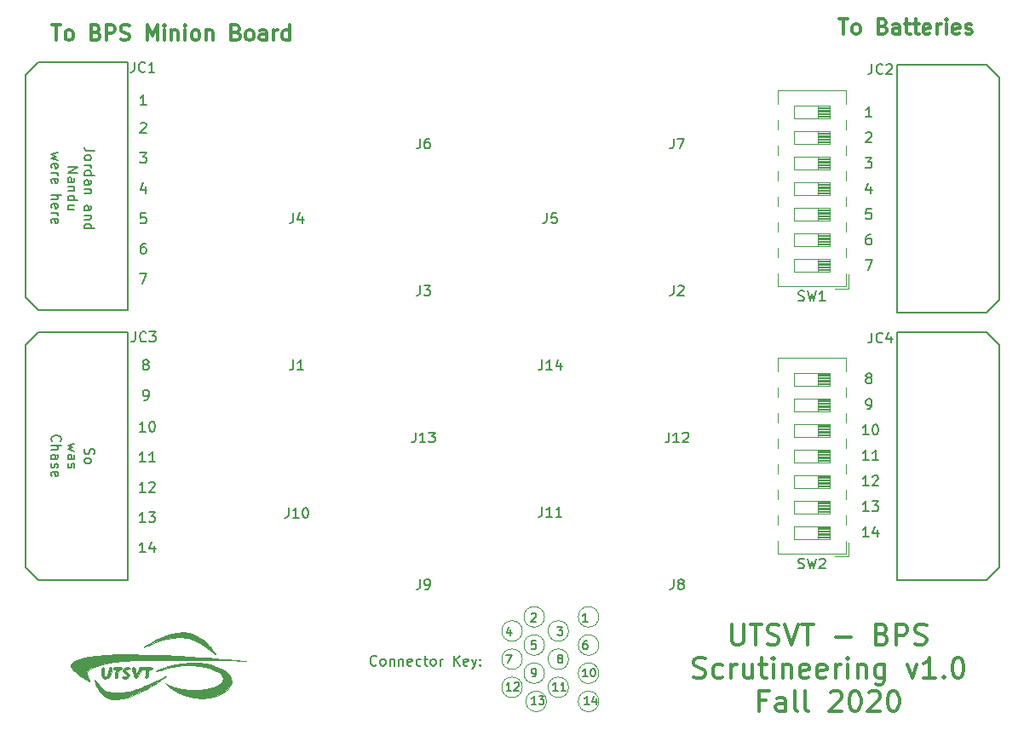
<source format=gbr>
%TF.GenerationSoftware,KiCad,Pcbnew,(5.1.5)-3*%
%TF.CreationDate,2021-01-06T02:35:00-06:00*%
%TF.ProjectId,BPS_Scrutineering,4250535f-5363-4727-9574-696e65657269,rev?*%
%TF.SameCoordinates,Original*%
%TF.FileFunction,Legend,Top*%
%TF.FilePolarity,Positive*%
%FSLAX46Y46*%
G04 Gerber Fmt 4.6, Leading zero omitted, Abs format (unit mm)*
G04 Created by KiCad (PCBNEW (5.1.5)-3) date 2021-01-06 02:35:00*
%MOMM*%
%LPD*%
G04 APERTURE LIST*
%ADD10C,0.150000*%
%ADD11C,0.120000*%
%ADD12C,0.152400*%
%ADD13C,0.300000*%
%ADD14C,0.010000*%
G04 APERTURE END LIST*
D10*
X127145238Y-101261904D02*
X127097619Y-101404761D01*
X127097619Y-101642857D01*
X127145238Y-101738095D01*
X127192857Y-101785714D01*
X127288095Y-101833333D01*
X127383333Y-101833333D01*
X127478571Y-101785714D01*
X127526190Y-101738095D01*
X127573809Y-101642857D01*
X127621428Y-101452380D01*
X127669047Y-101357142D01*
X127716666Y-101309523D01*
X127811904Y-101261904D01*
X127907142Y-101261904D01*
X128002380Y-101309523D01*
X128050000Y-101357142D01*
X128097619Y-101452380D01*
X128097619Y-101690476D01*
X128050000Y-101833333D01*
X127097619Y-102404761D02*
X127145238Y-102309523D01*
X127192857Y-102261904D01*
X127288095Y-102214285D01*
X127573809Y-102214285D01*
X127669047Y-102261904D01*
X127716666Y-102309523D01*
X127764285Y-102404761D01*
X127764285Y-102547619D01*
X127716666Y-102642857D01*
X127669047Y-102690476D01*
X127573809Y-102738095D01*
X127288095Y-102738095D01*
X127192857Y-102690476D01*
X127145238Y-102642857D01*
X127097619Y-102547619D01*
X127097619Y-102404761D01*
X126114285Y-100761904D02*
X125447619Y-100952380D01*
X125923809Y-101142857D01*
X125447619Y-101333333D01*
X126114285Y-101523809D01*
X125447619Y-102333333D02*
X125971428Y-102333333D01*
X126066666Y-102285714D01*
X126114285Y-102190476D01*
X126114285Y-102000000D01*
X126066666Y-101904761D01*
X125495238Y-102333333D02*
X125447619Y-102238095D01*
X125447619Y-102000000D01*
X125495238Y-101904761D01*
X125590476Y-101857142D01*
X125685714Y-101857142D01*
X125780952Y-101904761D01*
X125828571Y-102000000D01*
X125828571Y-102238095D01*
X125876190Y-102333333D01*
X125495238Y-102761904D02*
X125447619Y-102857142D01*
X125447619Y-103047619D01*
X125495238Y-103142857D01*
X125590476Y-103190476D01*
X125638095Y-103190476D01*
X125733333Y-103142857D01*
X125780952Y-103047619D01*
X125780952Y-102904761D01*
X125828571Y-102809523D01*
X125923809Y-102761904D01*
X125971428Y-102761904D01*
X126066666Y-102809523D01*
X126114285Y-102904761D01*
X126114285Y-103047619D01*
X126066666Y-103142857D01*
X123892857Y-100571428D02*
X123845238Y-100523809D01*
X123797619Y-100380952D01*
X123797619Y-100285714D01*
X123845238Y-100142857D01*
X123940476Y-100047619D01*
X124035714Y-100000000D01*
X124226190Y-99952380D01*
X124369047Y-99952380D01*
X124559523Y-100000000D01*
X124654761Y-100047619D01*
X124750000Y-100142857D01*
X124797619Y-100285714D01*
X124797619Y-100380952D01*
X124750000Y-100523809D01*
X124702380Y-100571428D01*
X123797619Y-101000000D02*
X124797619Y-101000000D01*
X123797619Y-101428571D02*
X124321428Y-101428571D01*
X124416666Y-101380952D01*
X124464285Y-101285714D01*
X124464285Y-101142857D01*
X124416666Y-101047619D01*
X124369047Y-101000000D01*
X123797619Y-102333333D02*
X124321428Y-102333333D01*
X124416666Y-102285714D01*
X124464285Y-102190476D01*
X124464285Y-102000000D01*
X124416666Y-101904761D01*
X123845238Y-102333333D02*
X123797619Y-102238095D01*
X123797619Y-102000000D01*
X123845238Y-101904761D01*
X123940476Y-101857142D01*
X124035714Y-101857142D01*
X124130952Y-101904761D01*
X124178571Y-102000000D01*
X124178571Y-102238095D01*
X124226190Y-102333333D01*
X123845238Y-102761904D02*
X123797619Y-102857142D01*
X123797619Y-103047619D01*
X123845238Y-103142857D01*
X123940476Y-103190476D01*
X123988095Y-103190476D01*
X124083333Y-103142857D01*
X124130952Y-103047619D01*
X124130952Y-102904761D01*
X124178571Y-102809523D01*
X124273809Y-102761904D01*
X124321428Y-102761904D01*
X124416666Y-102809523D01*
X124464285Y-102904761D01*
X124464285Y-103047619D01*
X124416666Y-103142857D01*
X123845238Y-104000000D02*
X123797619Y-103904761D01*
X123797619Y-103714285D01*
X123845238Y-103619047D01*
X123940476Y-103571428D01*
X124321428Y-103571428D01*
X124416666Y-103619047D01*
X124464285Y-103714285D01*
X124464285Y-103904761D01*
X124416666Y-104000000D01*
X124321428Y-104047619D01*
X124226190Y-104047619D01*
X124130952Y-103571428D01*
X128097619Y-71685714D02*
X127383333Y-71685714D01*
X127240476Y-71638095D01*
X127145238Y-71542857D01*
X127097619Y-71400000D01*
X127097619Y-71304761D01*
X127097619Y-72304761D02*
X127145238Y-72209523D01*
X127192857Y-72161904D01*
X127288095Y-72114285D01*
X127573809Y-72114285D01*
X127669047Y-72161904D01*
X127716666Y-72209523D01*
X127764285Y-72304761D01*
X127764285Y-72447619D01*
X127716666Y-72542857D01*
X127669047Y-72590476D01*
X127573809Y-72638095D01*
X127288095Y-72638095D01*
X127192857Y-72590476D01*
X127145238Y-72542857D01*
X127097619Y-72447619D01*
X127097619Y-72304761D01*
X127097619Y-73066666D02*
X127764285Y-73066666D01*
X127573809Y-73066666D02*
X127669047Y-73114285D01*
X127716666Y-73161904D01*
X127764285Y-73257142D01*
X127764285Y-73352380D01*
X127097619Y-74114285D02*
X128097619Y-74114285D01*
X127145238Y-74114285D02*
X127097619Y-74019047D01*
X127097619Y-73828571D01*
X127145238Y-73733333D01*
X127192857Y-73685714D01*
X127288095Y-73638095D01*
X127573809Y-73638095D01*
X127669047Y-73685714D01*
X127716666Y-73733333D01*
X127764285Y-73828571D01*
X127764285Y-74019047D01*
X127716666Y-74114285D01*
X127097619Y-75019047D02*
X127621428Y-75019047D01*
X127716666Y-74971428D01*
X127764285Y-74876190D01*
X127764285Y-74685714D01*
X127716666Y-74590476D01*
X127145238Y-75019047D02*
X127097619Y-74923809D01*
X127097619Y-74685714D01*
X127145238Y-74590476D01*
X127240476Y-74542857D01*
X127335714Y-74542857D01*
X127430952Y-74590476D01*
X127478571Y-74685714D01*
X127478571Y-74923809D01*
X127526190Y-75019047D01*
X127764285Y-75495238D02*
X127097619Y-75495238D01*
X127669047Y-75495238D02*
X127716666Y-75542857D01*
X127764285Y-75638095D01*
X127764285Y-75780952D01*
X127716666Y-75876190D01*
X127621428Y-75923809D01*
X127097619Y-75923809D01*
X127097619Y-77590476D02*
X127621428Y-77590476D01*
X127716666Y-77542857D01*
X127764285Y-77447619D01*
X127764285Y-77257142D01*
X127716666Y-77161904D01*
X127145238Y-77590476D02*
X127097619Y-77495238D01*
X127097619Y-77257142D01*
X127145238Y-77161904D01*
X127240476Y-77114285D01*
X127335714Y-77114285D01*
X127430952Y-77161904D01*
X127478571Y-77257142D01*
X127478571Y-77495238D01*
X127526190Y-77590476D01*
X127764285Y-78066666D02*
X127097619Y-78066666D01*
X127669047Y-78066666D02*
X127716666Y-78114285D01*
X127764285Y-78209523D01*
X127764285Y-78352380D01*
X127716666Y-78447619D01*
X127621428Y-78495238D01*
X127097619Y-78495238D01*
X127097619Y-79400000D02*
X128097619Y-79400000D01*
X127145238Y-79400000D02*
X127097619Y-79304761D01*
X127097619Y-79114285D01*
X127145238Y-79019047D01*
X127192857Y-78971428D01*
X127288095Y-78923809D01*
X127573809Y-78923809D01*
X127669047Y-78971428D01*
X127716666Y-79019047D01*
X127764285Y-79114285D01*
X127764285Y-79304761D01*
X127716666Y-79400000D01*
X125447619Y-73304761D02*
X126447619Y-73304761D01*
X125447619Y-73876190D01*
X126447619Y-73876190D01*
X125447619Y-74780952D02*
X125971428Y-74780952D01*
X126066666Y-74733333D01*
X126114285Y-74638095D01*
X126114285Y-74447619D01*
X126066666Y-74352380D01*
X125495238Y-74780952D02*
X125447619Y-74685714D01*
X125447619Y-74447619D01*
X125495238Y-74352380D01*
X125590476Y-74304761D01*
X125685714Y-74304761D01*
X125780952Y-74352380D01*
X125828571Y-74447619D01*
X125828571Y-74685714D01*
X125876190Y-74780952D01*
X126114285Y-75257142D02*
X125447619Y-75257142D01*
X126019047Y-75257142D02*
X126066666Y-75304761D01*
X126114285Y-75400000D01*
X126114285Y-75542857D01*
X126066666Y-75638095D01*
X125971428Y-75685714D01*
X125447619Y-75685714D01*
X125447619Y-76590476D02*
X126447619Y-76590476D01*
X125495238Y-76590476D02*
X125447619Y-76495238D01*
X125447619Y-76304761D01*
X125495238Y-76209523D01*
X125542857Y-76161904D01*
X125638095Y-76114285D01*
X125923809Y-76114285D01*
X126019047Y-76161904D01*
X126066666Y-76209523D01*
X126114285Y-76304761D01*
X126114285Y-76495238D01*
X126066666Y-76590476D01*
X126114285Y-77495238D02*
X125447619Y-77495238D01*
X126114285Y-77066666D02*
X125590476Y-77066666D01*
X125495238Y-77114285D01*
X125447619Y-77209523D01*
X125447619Y-77352380D01*
X125495238Y-77447619D01*
X125542857Y-77495238D01*
X124464285Y-71852380D02*
X123797619Y-72042857D01*
X124273809Y-72233333D01*
X123797619Y-72423809D01*
X124464285Y-72614285D01*
X123845238Y-73376190D02*
X123797619Y-73280952D01*
X123797619Y-73090476D01*
X123845238Y-72995238D01*
X123940476Y-72947619D01*
X124321428Y-72947619D01*
X124416666Y-72995238D01*
X124464285Y-73090476D01*
X124464285Y-73280952D01*
X124416666Y-73376190D01*
X124321428Y-73423809D01*
X124226190Y-73423809D01*
X124130952Y-72947619D01*
X123797619Y-73852380D02*
X124464285Y-73852380D01*
X124273809Y-73852380D02*
X124369047Y-73900000D01*
X124416666Y-73947619D01*
X124464285Y-74042857D01*
X124464285Y-74138095D01*
X123845238Y-74852380D02*
X123797619Y-74757142D01*
X123797619Y-74566666D01*
X123845238Y-74471428D01*
X123940476Y-74423809D01*
X124321428Y-74423809D01*
X124416666Y-74471428D01*
X124464285Y-74566666D01*
X124464285Y-74757142D01*
X124416666Y-74852380D01*
X124321428Y-74900000D01*
X124226190Y-74900000D01*
X124130952Y-74423809D01*
X123797619Y-76090476D02*
X124797619Y-76090476D01*
X123797619Y-76519047D02*
X124321428Y-76519047D01*
X124416666Y-76471428D01*
X124464285Y-76376190D01*
X124464285Y-76233333D01*
X124416666Y-76138095D01*
X124369047Y-76090476D01*
X123845238Y-77376190D02*
X123797619Y-77280952D01*
X123797619Y-77090476D01*
X123845238Y-76995238D01*
X123940476Y-76947619D01*
X124321428Y-76947619D01*
X124416666Y-76995238D01*
X124464285Y-77090476D01*
X124464285Y-77280952D01*
X124416666Y-77376190D01*
X124321428Y-77423809D01*
X124226190Y-77423809D01*
X124130952Y-76947619D01*
X123797619Y-77852380D02*
X124464285Y-77852380D01*
X124273809Y-77852380D02*
X124369047Y-77900000D01*
X124416666Y-77947619D01*
X124464285Y-78042857D01*
X124464285Y-78138095D01*
X123845238Y-78852380D02*
X123797619Y-78757142D01*
X123797619Y-78566666D01*
X123845238Y-78471428D01*
X123940476Y-78423809D01*
X124321428Y-78423809D01*
X124416666Y-78471428D01*
X124464285Y-78566666D01*
X124464285Y-78757142D01*
X124416666Y-78852380D01*
X124321428Y-78900000D01*
X124226190Y-78900000D01*
X124130952Y-78423809D01*
X156119047Y-122757142D02*
X156071428Y-122804761D01*
X155928571Y-122852380D01*
X155833333Y-122852380D01*
X155690476Y-122804761D01*
X155595238Y-122709523D01*
X155547619Y-122614285D01*
X155500000Y-122423809D01*
X155500000Y-122280952D01*
X155547619Y-122090476D01*
X155595238Y-121995238D01*
X155690476Y-121900000D01*
X155833333Y-121852380D01*
X155928571Y-121852380D01*
X156071428Y-121900000D01*
X156119047Y-121947619D01*
X156690476Y-122852380D02*
X156595238Y-122804761D01*
X156547619Y-122757142D01*
X156500000Y-122661904D01*
X156500000Y-122376190D01*
X156547619Y-122280952D01*
X156595238Y-122233333D01*
X156690476Y-122185714D01*
X156833333Y-122185714D01*
X156928571Y-122233333D01*
X156976190Y-122280952D01*
X157023809Y-122376190D01*
X157023809Y-122661904D01*
X156976190Y-122757142D01*
X156928571Y-122804761D01*
X156833333Y-122852380D01*
X156690476Y-122852380D01*
X157452380Y-122185714D02*
X157452380Y-122852380D01*
X157452380Y-122280952D02*
X157500000Y-122233333D01*
X157595238Y-122185714D01*
X157738095Y-122185714D01*
X157833333Y-122233333D01*
X157880952Y-122328571D01*
X157880952Y-122852380D01*
X158357142Y-122185714D02*
X158357142Y-122852380D01*
X158357142Y-122280952D02*
X158404761Y-122233333D01*
X158500000Y-122185714D01*
X158642857Y-122185714D01*
X158738095Y-122233333D01*
X158785714Y-122328571D01*
X158785714Y-122852380D01*
X159642857Y-122804761D02*
X159547619Y-122852380D01*
X159357142Y-122852380D01*
X159261904Y-122804761D01*
X159214285Y-122709523D01*
X159214285Y-122328571D01*
X159261904Y-122233333D01*
X159357142Y-122185714D01*
X159547619Y-122185714D01*
X159642857Y-122233333D01*
X159690476Y-122328571D01*
X159690476Y-122423809D01*
X159214285Y-122519047D01*
X160547619Y-122804761D02*
X160452380Y-122852380D01*
X160261904Y-122852380D01*
X160166666Y-122804761D01*
X160119047Y-122757142D01*
X160071428Y-122661904D01*
X160071428Y-122376190D01*
X160119047Y-122280952D01*
X160166666Y-122233333D01*
X160261904Y-122185714D01*
X160452380Y-122185714D01*
X160547619Y-122233333D01*
X160833333Y-122185714D02*
X161214285Y-122185714D01*
X160976190Y-121852380D02*
X160976190Y-122709523D01*
X161023809Y-122804761D01*
X161119047Y-122852380D01*
X161214285Y-122852380D01*
X161690476Y-122852380D02*
X161595238Y-122804761D01*
X161547619Y-122757142D01*
X161500000Y-122661904D01*
X161500000Y-122376190D01*
X161547619Y-122280952D01*
X161595238Y-122233333D01*
X161690476Y-122185714D01*
X161833333Y-122185714D01*
X161928571Y-122233333D01*
X161976190Y-122280952D01*
X162023809Y-122376190D01*
X162023809Y-122661904D01*
X161976190Y-122757142D01*
X161928571Y-122804761D01*
X161833333Y-122852380D01*
X161690476Y-122852380D01*
X162452380Y-122852380D02*
X162452380Y-122185714D01*
X162452380Y-122376190D02*
X162500000Y-122280952D01*
X162547619Y-122233333D01*
X162642857Y-122185714D01*
X162738095Y-122185714D01*
X163833333Y-122852380D02*
X163833333Y-121852380D01*
X164404761Y-122852380D02*
X163976190Y-122280952D01*
X164404761Y-121852380D02*
X163833333Y-122423809D01*
X165214285Y-122804761D02*
X165119047Y-122852380D01*
X164928571Y-122852380D01*
X164833333Y-122804761D01*
X164785714Y-122709523D01*
X164785714Y-122328571D01*
X164833333Y-122233333D01*
X164928571Y-122185714D01*
X165119047Y-122185714D01*
X165214285Y-122233333D01*
X165261904Y-122328571D01*
X165261904Y-122423809D01*
X164785714Y-122519047D01*
X165595238Y-122185714D02*
X165833333Y-122852380D01*
X166071428Y-122185714D02*
X165833333Y-122852380D01*
X165738095Y-123090476D01*
X165690476Y-123138095D01*
X165595238Y-123185714D01*
X166452380Y-122757142D02*
X166500000Y-122804761D01*
X166452380Y-122852380D01*
X166404761Y-122804761D01*
X166452380Y-122757142D01*
X166452380Y-122852380D01*
X166452380Y-122233333D02*
X166500000Y-122280952D01*
X166452380Y-122328571D01*
X166404761Y-122280952D01*
X166452380Y-122233333D01*
X166452380Y-122328571D01*
D11*
X172819804Y-123600000D02*
G75*
G03X172819804Y-123600000I-1019804J0D01*
G01*
X172819804Y-120800000D02*
G75*
G03X172819804Y-120800000I-1019804J0D01*
G01*
X172819804Y-118000000D02*
G75*
G03X172819804Y-118000000I-1019804J0D01*
G01*
X170619804Y-119400000D02*
G75*
G03X170619804Y-119400000I-1019804J0D01*
G01*
X170619804Y-122200000D02*
G75*
G03X170619804Y-122200000I-1019804J0D01*
G01*
X175219804Y-119400000D02*
G75*
G03X175219804Y-119400000I-1019804J0D01*
G01*
X175219804Y-122200000D02*
G75*
G03X175219804Y-122200000I-1019804J0D01*
G01*
X170619804Y-125000000D02*
G75*
G03X170619804Y-125000000I-1019804J0D01*
G01*
X175219804Y-125000000D02*
G75*
G03X175219804Y-125000000I-1019804J0D01*
G01*
X173019804Y-126400000D02*
G75*
G03X173019804Y-126400000I-1019804J0D01*
G01*
X178219804Y-126400000D02*
G75*
G03X178219804Y-126400000I-1019804J0D01*
G01*
X178219804Y-118000000D02*
G75*
G03X178219804Y-118000000I-1019804J0D01*
G01*
X178219804Y-120800000D02*
G75*
G03X178219804Y-120800000I-1019804J0D01*
G01*
X178219804Y-123600000D02*
G75*
G03X178219804Y-123600000I-1019804J0D01*
G01*
D12*
X171530983Y-117717504D02*
X171569688Y-117678800D01*
X171647098Y-117640095D01*
X171840621Y-117640095D01*
X171918031Y-117678800D01*
X171956736Y-117717504D01*
X171995440Y-117794914D01*
X171995440Y-117872323D01*
X171956736Y-117988438D01*
X171492279Y-118452895D01*
X171995440Y-118452895D01*
X177104469Y-118452895D02*
X176640012Y-118452895D01*
X176872240Y-118452895D02*
X176872240Y-117640095D01*
X176794831Y-117756209D01*
X176717421Y-117833619D01*
X176640012Y-117872323D01*
X169440926Y-119282628D02*
X169440926Y-119824495D01*
X169247402Y-118972990D02*
X169053879Y-119553561D01*
X169557040Y-119553561D01*
X174124202Y-119011695D02*
X174627364Y-119011695D01*
X174356431Y-119321333D01*
X174472545Y-119321333D01*
X174549955Y-119360038D01*
X174588660Y-119398742D01*
X174627364Y-119476152D01*
X174627364Y-119669676D01*
X174588660Y-119747085D01*
X174549955Y-119785790D01*
X174472545Y-119824495D01*
X174240317Y-119824495D01*
X174162907Y-119785790D01*
X174124202Y-119747085D01*
X171956736Y-120383295D02*
X171569688Y-120383295D01*
X171530983Y-120770342D01*
X171569688Y-120731638D01*
X171647098Y-120692933D01*
X171840621Y-120692933D01*
X171918031Y-120731638D01*
X171956736Y-120770342D01*
X171995440Y-120847752D01*
X171995440Y-121041276D01*
X171956736Y-121118685D01*
X171918031Y-121157390D01*
X171840621Y-121196095D01*
X171647098Y-121196095D01*
X171569688Y-121157390D01*
X171530983Y-121118685D01*
X177027060Y-120383295D02*
X176872240Y-120383295D01*
X176794831Y-120422000D01*
X176756126Y-120460704D01*
X176678717Y-120576819D01*
X176640012Y-120731638D01*
X176640012Y-121041276D01*
X176678717Y-121118685D01*
X176717421Y-121157390D01*
X176794831Y-121196095D01*
X176949650Y-121196095D01*
X177027060Y-121157390D01*
X177065764Y-121118685D01*
X177104469Y-121041276D01*
X177104469Y-120847752D01*
X177065764Y-120770342D01*
X177027060Y-120731638D01*
X176949650Y-120692933D01*
X176794831Y-120692933D01*
X176717421Y-120731638D01*
X176678717Y-120770342D01*
X176640012Y-120847752D01*
X169015174Y-121754895D02*
X169557040Y-121754895D01*
X169208698Y-122567695D01*
X174317726Y-122103238D02*
X174240317Y-122064533D01*
X174201612Y-122025828D01*
X174162907Y-121948419D01*
X174162907Y-121909714D01*
X174201612Y-121832304D01*
X174240317Y-121793600D01*
X174317726Y-121754895D01*
X174472545Y-121754895D01*
X174549955Y-121793600D01*
X174588660Y-121832304D01*
X174627364Y-121909714D01*
X174627364Y-121948419D01*
X174588660Y-122025828D01*
X174549955Y-122064533D01*
X174472545Y-122103238D01*
X174317726Y-122103238D01*
X174240317Y-122141942D01*
X174201612Y-122180647D01*
X174162907Y-122258057D01*
X174162907Y-122412876D01*
X174201612Y-122490285D01*
X174240317Y-122528990D01*
X174317726Y-122567695D01*
X174472545Y-122567695D01*
X174549955Y-122528990D01*
X174588660Y-122490285D01*
X174627364Y-122412876D01*
X174627364Y-122258057D01*
X174588660Y-122180647D01*
X174549955Y-122141942D01*
X174472545Y-122103238D01*
X171608393Y-123939295D02*
X171763212Y-123939295D01*
X171840621Y-123900590D01*
X171879326Y-123861885D01*
X171956736Y-123745771D01*
X171995440Y-123590952D01*
X171995440Y-123281314D01*
X171956736Y-123203904D01*
X171918031Y-123165200D01*
X171840621Y-123126495D01*
X171685802Y-123126495D01*
X171608393Y-123165200D01*
X171569688Y-123203904D01*
X171530983Y-123281314D01*
X171530983Y-123474838D01*
X171569688Y-123552247D01*
X171608393Y-123590952D01*
X171685802Y-123629657D01*
X171840621Y-123629657D01*
X171918031Y-123590952D01*
X171956736Y-123552247D01*
X171995440Y-123474838D01*
X177104469Y-123939295D02*
X176640012Y-123939295D01*
X176872240Y-123939295D02*
X176872240Y-123126495D01*
X176794831Y-123242609D01*
X176717421Y-123320019D01*
X176640012Y-123358723D01*
X177607631Y-123126495D02*
X177685040Y-123126495D01*
X177762450Y-123165200D01*
X177801155Y-123203904D01*
X177839860Y-123281314D01*
X177878564Y-123436133D01*
X177878564Y-123629657D01*
X177839860Y-123784476D01*
X177801155Y-123861885D01*
X177762450Y-123900590D01*
X177685040Y-123939295D01*
X177607631Y-123939295D01*
X177530221Y-123900590D01*
X177491517Y-123861885D01*
X177452812Y-123784476D01*
X177414107Y-123629657D01*
X177414107Y-123436133D01*
X177452812Y-123281314D01*
X177491517Y-123203904D01*
X177530221Y-123165200D01*
X177607631Y-123126495D01*
X169518336Y-125310895D02*
X169053879Y-125310895D01*
X169286107Y-125310895D02*
X169286107Y-124498095D01*
X169208698Y-124614209D01*
X169131288Y-124691619D01*
X169053879Y-124730323D01*
X169827974Y-124575504D02*
X169866679Y-124536800D01*
X169944088Y-124498095D01*
X170137612Y-124498095D01*
X170215021Y-124536800D01*
X170253726Y-124575504D01*
X170292431Y-124652914D01*
X170292431Y-124730323D01*
X170253726Y-124846438D01*
X169789269Y-125310895D01*
X170292431Y-125310895D01*
X174162907Y-125310895D02*
X173698450Y-125310895D01*
X173930679Y-125310895D02*
X173930679Y-124498095D01*
X173853269Y-124614209D01*
X173775860Y-124691619D01*
X173698450Y-124730323D01*
X174937002Y-125310895D02*
X174472545Y-125310895D01*
X174704774Y-125310895D02*
X174704774Y-124498095D01*
X174627364Y-124614209D01*
X174549955Y-124691619D01*
X174472545Y-124730323D01*
X171995440Y-126682495D02*
X171530983Y-126682495D01*
X171763212Y-126682495D02*
X171763212Y-125869695D01*
X171685802Y-125985809D01*
X171608393Y-126063219D01*
X171530983Y-126101923D01*
X172266374Y-125869695D02*
X172769536Y-125869695D01*
X172498602Y-126179333D01*
X172614717Y-126179333D01*
X172692126Y-126218038D01*
X172730831Y-126256742D01*
X172769536Y-126334152D01*
X172769536Y-126527676D01*
X172730831Y-126605085D01*
X172692126Y-126643790D01*
X172614717Y-126682495D01*
X172382488Y-126682495D01*
X172305079Y-126643790D01*
X172266374Y-126605085D01*
X177259288Y-126682495D02*
X176794831Y-126682495D01*
X177027060Y-126682495D02*
X177027060Y-125869695D01*
X176949650Y-125985809D01*
X176872240Y-126063219D01*
X176794831Y-126101923D01*
X177955974Y-126140628D02*
X177955974Y-126682495D01*
X177762450Y-125830990D02*
X177568926Y-126411561D01*
X178072088Y-126411561D01*
D10*
X204864523Y-97342380D02*
X205055000Y-97342380D01*
X205150238Y-97294761D01*
X205197857Y-97247142D01*
X205293095Y-97104285D01*
X205340714Y-96913809D01*
X205340714Y-96532857D01*
X205293095Y-96437619D01*
X205245476Y-96390000D01*
X205150238Y-96342380D01*
X204959761Y-96342380D01*
X204864523Y-96390000D01*
X204816904Y-96437619D01*
X204769285Y-96532857D01*
X204769285Y-96770952D01*
X204816904Y-96866190D01*
X204864523Y-96913809D01*
X204959761Y-96961428D01*
X205150238Y-96961428D01*
X205245476Y-96913809D01*
X205293095Y-96866190D01*
X205340714Y-96770952D01*
X204959761Y-94230952D02*
X204864523Y-94183333D01*
X204816904Y-94135714D01*
X204769285Y-94040476D01*
X204769285Y-93992857D01*
X204816904Y-93897619D01*
X204864523Y-93850000D01*
X204959761Y-93802380D01*
X205150238Y-93802380D01*
X205245476Y-93850000D01*
X205293095Y-93897619D01*
X205340714Y-93992857D01*
X205340714Y-94040476D01*
X205293095Y-94135714D01*
X205245476Y-94183333D01*
X205150238Y-94230952D01*
X204959761Y-94230952D01*
X204864523Y-94278571D01*
X204816904Y-94326190D01*
X204769285Y-94421428D01*
X204769285Y-94611904D01*
X204816904Y-94707142D01*
X204864523Y-94754761D01*
X204959761Y-94802380D01*
X205150238Y-94802380D01*
X205245476Y-94754761D01*
X205293095Y-94707142D01*
X205340714Y-94611904D01*
X205340714Y-94421428D01*
X205293095Y-94326190D01*
X205245476Y-94278571D01*
X205150238Y-94230952D01*
D13*
X123907142Y-59178571D02*
X124764285Y-59178571D01*
X124335714Y-60678571D02*
X124335714Y-59178571D01*
X125478571Y-60678571D02*
X125335714Y-60607142D01*
X125264285Y-60535714D01*
X125192857Y-60392857D01*
X125192857Y-59964285D01*
X125264285Y-59821428D01*
X125335714Y-59750000D01*
X125478571Y-59678571D01*
X125692857Y-59678571D01*
X125835714Y-59750000D01*
X125907142Y-59821428D01*
X125978571Y-59964285D01*
X125978571Y-60392857D01*
X125907142Y-60535714D01*
X125835714Y-60607142D01*
X125692857Y-60678571D01*
X125478571Y-60678571D01*
X128264285Y-59892857D02*
X128478571Y-59964285D01*
X128550000Y-60035714D01*
X128621428Y-60178571D01*
X128621428Y-60392857D01*
X128550000Y-60535714D01*
X128478571Y-60607142D01*
X128335714Y-60678571D01*
X127764285Y-60678571D01*
X127764285Y-59178571D01*
X128264285Y-59178571D01*
X128407142Y-59250000D01*
X128478571Y-59321428D01*
X128550000Y-59464285D01*
X128550000Y-59607142D01*
X128478571Y-59750000D01*
X128407142Y-59821428D01*
X128264285Y-59892857D01*
X127764285Y-59892857D01*
X129264285Y-60678571D02*
X129264285Y-59178571D01*
X129835714Y-59178571D01*
X129978571Y-59250000D01*
X130050000Y-59321428D01*
X130121428Y-59464285D01*
X130121428Y-59678571D01*
X130050000Y-59821428D01*
X129978571Y-59892857D01*
X129835714Y-59964285D01*
X129264285Y-59964285D01*
X130692857Y-60607142D02*
X130907142Y-60678571D01*
X131264285Y-60678571D01*
X131407142Y-60607142D01*
X131478571Y-60535714D01*
X131550000Y-60392857D01*
X131550000Y-60250000D01*
X131478571Y-60107142D01*
X131407142Y-60035714D01*
X131264285Y-59964285D01*
X130978571Y-59892857D01*
X130835714Y-59821428D01*
X130764285Y-59750000D01*
X130692857Y-59607142D01*
X130692857Y-59464285D01*
X130764285Y-59321428D01*
X130835714Y-59250000D01*
X130978571Y-59178571D01*
X131335714Y-59178571D01*
X131550000Y-59250000D01*
X133335714Y-60678571D02*
X133335714Y-59178571D01*
X133835714Y-60250000D01*
X134335714Y-59178571D01*
X134335714Y-60678571D01*
X135050000Y-60678571D02*
X135050000Y-59678571D01*
X135050000Y-59178571D02*
X134978571Y-59250000D01*
X135050000Y-59321428D01*
X135121428Y-59250000D01*
X135050000Y-59178571D01*
X135050000Y-59321428D01*
X135764285Y-59678571D02*
X135764285Y-60678571D01*
X135764285Y-59821428D02*
X135835714Y-59750000D01*
X135978571Y-59678571D01*
X136192857Y-59678571D01*
X136335714Y-59750000D01*
X136407142Y-59892857D01*
X136407142Y-60678571D01*
X137121428Y-60678571D02*
X137121428Y-59678571D01*
X137121428Y-59178571D02*
X137050000Y-59250000D01*
X137121428Y-59321428D01*
X137192857Y-59250000D01*
X137121428Y-59178571D01*
X137121428Y-59321428D01*
X138050000Y-60678571D02*
X137907142Y-60607142D01*
X137835714Y-60535714D01*
X137764285Y-60392857D01*
X137764285Y-59964285D01*
X137835714Y-59821428D01*
X137907142Y-59750000D01*
X138050000Y-59678571D01*
X138264285Y-59678571D01*
X138407142Y-59750000D01*
X138478571Y-59821428D01*
X138550000Y-59964285D01*
X138550000Y-60392857D01*
X138478571Y-60535714D01*
X138407142Y-60607142D01*
X138264285Y-60678571D01*
X138050000Y-60678571D01*
X139192857Y-59678571D02*
X139192857Y-60678571D01*
X139192857Y-59821428D02*
X139264285Y-59750000D01*
X139407142Y-59678571D01*
X139621428Y-59678571D01*
X139764285Y-59750000D01*
X139835714Y-59892857D01*
X139835714Y-60678571D01*
X142192857Y-59892857D02*
X142407142Y-59964285D01*
X142478571Y-60035714D01*
X142550000Y-60178571D01*
X142550000Y-60392857D01*
X142478571Y-60535714D01*
X142407142Y-60607142D01*
X142264285Y-60678571D01*
X141692857Y-60678571D01*
X141692857Y-59178571D01*
X142192857Y-59178571D01*
X142335714Y-59250000D01*
X142407142Y-59321428D01*
X142478571Y-59464285D01*
X142478571Y-59607142D01*
X142407142Y-59750000D01*
X142335714Y-59821428D01*
X142192857Y-59892857D01*
X141692857Y-59892857D01*
X143407142Y-60678571D02*
X143264285Y-60607142D01*
X143192857Y-60535714D01*
X143121428Y-60392857D01*
X143121428Y-59964285D01*
X143192857Y-59821428D01*
X143264285Y-59750000D01*
X143407142Y-59678571D01*
X143621428Y-59678571D01*
X143764285Y-59750000D01*
X143835714Y-59821428D01*
X143907142Y-59964285D01*
X143907142Y-60392857D01*
X143835714Y-60535714D01*
X143764285Y-60607142D01*
X143621428Y-60678571D01*
X143407142Y-60678571D01*
X145192857Y-60678571D02*
X145192857Y-59892857D01*
X145121428Y-59750000D01*
X144978571Y-59678571D01*
X144692857Y-59678571D01*
X144550000Y-59750000D01*
X145192857Y-60607142D02*
X145050000Y-60678571D01*
X144692857Y-60678571D01*
X144550000Y-60607142D01*
X144478571Y-60464285D01*
X144478571Y-60321428D01*
X144550000Y-60178571D01*
X144692857Y-60107142D01*
X145050000Y-60107142D01*
X145192857Y-60035714D01*
X145907142Y-60678571D02*
X145907142Y-59678571D01*
X145907142Y-59964285D02*
X145978571Y-59821428D01*
X146050000Y-59750000D01*
X146192857Y-59678571D01*
X146335714Y-59678571D01*
X147478571Y-60678571D02*
X147478571Y-59178571D01*
X147478571Y-60607142D02*
X147335714Y-60678571D01*
X147050000Y-60678571D01*
X146907142Y-60607142D01*
X146835714Y-60535714D01*
X146764285Y-60392857D01*
X146764285Y-59964285D01*
X146835714Y-59821428D01*
X146907142Y-59750000D01*
X147050000Y-59678571D01*
X147335714Y-59678571D01*
X147478571Y-59750000D01*
X202121428Y-58578571D02*
X202978571Y-58578571D01*
X202550000Y-60078571D02*
X202550000Y-58578571D01*
X203692857Y-60078571D02*
X203550000Y-60007142D01*
X203478571Y-59935714D01*
X203407142Y-59792857D01*
X203407142Y-59364285D01*
X203478571Y-59221428D01*
X203550000Y-59150000D01*
X203692857Y-59078571D01*
X203907142Y-59078571D01*
X204050000Y-59150000D01*
X204121428Y-59221428D01*
X204192857Y-59364285D01*
X204192857Y-59792857D01*
X204121428Y-59935714D01*
X204050000Y-60007142D01*
X203907142Y-60078571D01*
X203692857Y-60078571D01*
X206478571Y-59292857D02*
X206692857Y-59364285D01*
X206764285Y-59435714D01*
X206835714Y-59578571D01*
X206835714Y-59792857D01*
X206764285Y-59935714D01*
X206692857Y-60007142D01*
X206550000Y-60078571D01*
X205978571Y-60078571D01*
X205978571Y-58578571D01*
X206478571Y-58578571D01*
X206621428Y-58650000D01*
X206692857Y-58721428D01*
X206764285Y-58864285D01*
X206764285Y-59007142D01*
X206692857Y-59150000D01*
X206621428Y-59221428D01*
X206478571Y-59292857D01*
X205978571Y-59292857D01*
X208121428Y-60078571D02*
X208121428Y-59292857D01*
X208050000Y-59150000D01*
X207907142Y-59078571D01*
X207621428Y-59078571D01*
X207478571Y-59150000D01*
X208121428Y-60007142D02*
X207978571Y-60078571D01*
X207621428Y-60078571D01*
X207478571Y-60007142D01*
X207407142Y-59864285D01*
X207407142Y-59721428D01*
X207478571Y-59578571D01*
X207621428Y-59507142D01*
X207978571Y-59507142D01*
X208121428Y-59435714D01*
X208621428Y-59078571D02*
X209192857Y-59078571D01*
X208835714Y-58578571D02*
X208835714Y-59864285D01*
X208907142Y-60007142D01*
X209050000Y-60078571D01*
X209192857Y-60078571D01*
X209478571Y-59078571D02*
X210050000Y-59078571D01*
X209692857Y-58578571D02*
X209692857Y-59864285D01*
X209764285Y-60007142D01*
X209907142Y-60078571D01*
X210050000Y-60078571D01*
X211121428Y-60007142D02*
X210978571Y-60078571D01*
X210692857Y-60078571D01*
X210550000Y-60007142D01*
X210478571Y-59864285D01*
X210478571Y-59292857D01*
X210550000Y-59150000D01*
X210692857Y-59078571D01*
X210978571Y-59078571D01*
X211121428Y-59150000D01*
X211192857Y-59292857D01*
X211192857Y-59435714D01*
X210478571Y-59578571D01*
X211835714Y-60078571D02*
X211835714Y-59078571D01*
X211835714Y-59364285D02*
X211907142Y-59221428D01*
X211978571Y-59150000D01*
X212121428Y-59078571D01*
X212264285Y-59078571D01*
X212764285Y-60078571D02*
X212764285Y-59078571D01*
X212764285Y-58578571D02*
X212692857Y-58650000D01*
X212764285Y-58721428D01*
X212835714Y-58650000D01*
X212764285Y-58578571D01*
X212764285Y-58721428D01*
X214050000Y-60007142D02*
X213907142Y-60078571D01*
X213621428Y-60078571D01*
X213478571Y-60007142D01*
X213407142Y-59864285D01*
X213407142Y-59292857D01*
X213478571Y-59150000D01*
X213621428Y-59078571D01*
X213907142Y-59078571D01*
X214050000Y-59150000D01*
X214121428Y-59292857D01*
X214121428Y-59435714D01*
X213407142Y-59578571D01*
X214692857Y-60007142D02*
X214835714Y-60078571D01*
X215121428Y-60078571D01*
X215264285Y-60007142D01*
X215335714Y-59864285D01*
X215335714Y-59792857D01*
X215264285Y-59650000D01*
X215121428Y-59578571D01*
X214907142Y-59578571D01*
X214764285Y-59507142D01*
X214692857Y-59364285D01*
X214692857Y-59292857D01*
X214764285Y-59150000D01*
X214907142Y-59078571D01*
X215121428Y-59078571D01*
X215264285Y-59150000D01*
D10*
X205052523Y-99882380D02*
X204481095Y-99882380D01*
X204766809Y-99882380D02*
X204766809Y-98882380D01*
X204671571Y-99025238D01*
X204576333Y-99120476D01*
X204481095Y-99168095D01*
X205671571Y-98882380D02*
X205766809Y-98882380D01*
X205862047Y-98930000D01*
X205909666Y-98977619D01*
X205957285Y-99072857D01*
X206004904Y-99263333D01*
X206004904Y-99501428D01*
X205957285Y-99691904D01*
X205909666Y-99787142D01*
X205862047Y-99834761D01*
X205766809Y-99882380D01*
X205671571Y-99882380D01*
X205576333Y-99834761D01*
X205528714Y-99787142D01*
X205481095Y-99691904D01*
X205433476Y-99501428D01*
X205433476Y-99263333D01*
X205481095Y-99072857D01*
X205528714Y-98977619D01*
X205576333Y-98930000D01*
X205671571Y-98882380D01*
D13*
X191460952Y-118764761D02*
X191460952Y-120383809D01*
X191556190Y-120574285D01*
X191651428Y-120669523D01*
X191841904Y-120764761D01*
X192222857Y-120764761D01*
X192413333Y-120669523D01*
X192508571Y-120574285D01*
X192603809Y-120383809D01*
X192603809Y-118764761D01*
X193270476Y-118764761D02*
X194413333Y-118764761D01*
X193841904Y-120764761D02*
X193841904Y-118764761D01*
X194984761Y-120669523D02*
X195270476Y-120764761D01*
X195746666Y-120764761D01*
X195937142Y-120669523D01*
X196032380Y-120574285D01*
X196127619Y-120383809D01*
X196127619Y-120193333D01*
X196032380Y-120002857D01*
X195937142Y-119907619D01*
X195746666Y-119812380D01*
X195365714Y-119717142D01*
X195175238Y-119621904D01*
X195080000Y-119526666D01*
X194984761Y-119336190D01*
X194984761Y-119145714D01*
X195080000Y-118955238D01*
X195175238Y-118860000D01*
X195365714Y-118764761D01*
X195841904Y-118764761D01*
X196127619Y-118860000D01*
X196699047Y-118764761D02*
X197365714Y-120764761D01*
X198032380Y-118764761D01*
X198413333Y-118764761D02*
X199556190Y-118764761D01*
X198984761Y-120764761D02*
X198984761Y-118764761D01*
X201746666Y-120002857D02*
X203270476Y-120002857D01*
X206413333Y-119717142D02*
X206699047Y-119812380D01*
X206794285Y-119907619D01*
X206889523Y-120098095D01*
X206889523Y-120383809D01*
X206794285Y-120574285D01*
X206699047Y-120669523D01*
X206508571Y-120764761D01*
X205746666Y-120764761D01*
X205746666Y-118764761D01*
X206413333Y-118764761D01*
X206603809Y-118860000D01*
X206699047Y-118955238D01*
X206794285Y-119145714D01*
X206794285Y-119336190D01*
X206699047Y-119526666D01*
X206603809Y-119621904D01*
X206413333Y-119717142D01*
X205746666Y-119717142D01*
X207746666Y-120764761D02*
X207746666Y-118764761D01*
X208508571Y-118764761D01*
X208699047Y-118860000D01*
X208794285Y-118955238D01*
X208889523Y-119145714D01*
X208889523Y-119431428D01*
X208794285Y-119621904D01*
X208699047Y-119717142D01*
X208508571Y-119812380D01*
X207746666Y-119812380D01*
X209651428Y-120669523D02*
X209937142Y-120764761D01*
X210413333Y-120764761D01*
X210603809Y-120669523D01*
X210699047Y-120574285D01*
X210794285Y-120383809D01*
X210794285Y-120193333D01*
X210699047Y-120002857D01*
X210603809Y-119907619D01*
X210413333Y-119812380D01*
X210032380Y-119717142D01*
X209841904Y-119621904D01*
X209746666Y-119526666D01*
X209651428Y-119336190D01*
X209651428Y-119145714D01*
X209746666Y-118955238D01*
X209841904Y-118860000D01*
X210032380Y-118764761D01*
X210508571Y-118764761D01*
X210794285Y-118860000D01*
X187651428Y-123969523D02*
X187937142Y-124064761D01*
X188413333Y-124064761D01*
X188603809Y-123969523D01*
X188699047Y-123874285D01*
X188794285Y-123683809D01*
X188794285Y-123493333D01*
X188699047Y-123302857D01*
X188603809Y-123207619D01*
X188413333Y-123112380D01*
X188032380Y-123017142D01*
X187841904Y-122921904D01*
X187746666Y-122826666D01*
X187651428Y-122636190D01*
X187651428Y-122445714D01*
X187746666Y-122255238D01*
X187841904Y-122160000D01*
X188032380Y-122064761D01*
X188508571Y-122064761D01*
X188794285Y-122160000D01*
X190508571Y-123969523D02*
X190318095Y-124064761D01*
X189937142Y-124064761D01*
X189746666Y-123969523D01*
X189651428Y-123874285D01*
X189556190Y-123683809D01*
X189556190Y-123112380D01*
X189651428Y-122921904D01*
X189746666Y-122826666D01*
X189937142Y-122731428D01*
X190318095Y-122731428D01*
X190508571Y-122826666D01*
X191365714Y-124064761D02*
X191365714Y-122731428D01*
X191365714Y-123112380D02*
X191460952Y-122921904D01*
X191556190Y-122826666D01*
X191746666Y-122731428D01*
X191937142Y-122731428D01*
X193460952Y-122731428D02*
X193460952Y-124064761D01*
X192603809Y-122731428D02*
X192603809Y-123779047D01*
X192699047Y-123969523D01*
X192889523Y-124064761D01*
X193175238Y-124064761D01*
X193365714Y-123969523D01*
X193460952Y-123874285D01*
X194127619Y-122731428D02*
X194889523Y-122731428D01*
X194413333Y-122064761D02*
X194413333Y-123779047D01*
X194508571Y-123969523D01*
X194699047Y-124064761D01*
X194889523Y-124064761D01*
X195556190Y-124064761D02*
X195556190Y-122731428D01*
X195556190Y-122064761D02*
X195460952Y-122160000D01*
X195556190Y-122255238D01*
X195651428Y-122160000D01*
X195556190Y-122064761D01*
X195556190Y-122255238D01*
X196508571Y-122731428D02*
X196508571Y-124064761D01*
X196508571Y-122921904D02*
X196603809Y-122826666D01*
X196794285Y-122731428D01*
X197080000Y-122731428D01*
X197270476Y-122826666D01*
X197365714Y-123017142D01*
X197365714Y-124064761D01*
X199080000Y-123969523D02*
X198889523Y-124064761D01*
X198508571Y-124064761D01*
X198318095Y-123969523D01*
X198222857Y-123779047D01*
X198222857Y-123017142D01*
X198318095Y-122826666D01*
X198508571Y-122731428D01*
X198889523Y-122731428D01*
X199080000Y-122826666D01*
X199175238Y-123017142D01*
X199175238Y-123207619D01*
X198222857Y-123398095D01*
X200794285Y-123969523D02*
X200603809Y-124064761D01*
X200222857Y-124064761D01*
X200032380Y-123969523D01*
X199937142Y-123779047D01*
X199937142Y-123017142D01*
X200032380Y-122826666D01*
X200222857Y-122731428D01*
X200603809Y-122731428D01*
X200794285Y-122826666D01*
X200889523Y-123017142D01*
X200889523Y-123207619D01*
X199937142Y-123398095D01*
X201746666Y-124064761D02*
X201746666Y-122731428D01*
X201746666Y-123112380D02*
X201841904Y-122921904D01*
X201937142Y-122826666D01*
X202127619Y-122731428D01*
X202318095Y-122731428D01*
X202984761Y-124064761D02*
X202984761Y-122731428D01*
X202984761Y-122064761D02*
X202889523Y-122160000D01*
X202984761Y-122255238D01*
X203080000Y-122160000D01*
X202984761Y-122064761D01*
X202984761Y-122255238D01*
X203937142Y-122731428D02*
X203937142Y-124064761D01*
X203937142Y-122921904D02*
X204032380Y-122826666D01*
X204222857Y-122731428D01*
X204508571Y-122731428D01*
X204699047Y-122826666D01*
X204794285Y-123017142D01*
X204794285Y-124064761D01*
X206603809Y-122731428D02*
X206603809Y-124350476D01*
X206508571Y-124540952D01*
X206413333Y-124636190D01*
X206222857Y-124731428D01*
X205937142Y-124731428D01*
X205746666Y-124636190D01*
X206603809Y-123969523D02*
X206413333Y-124064761D01*
X206032380Y-124064761D01*
X205841904Y-123969523D01*
X205746666Y-123874285D01*
X205651428Y-123683809D01*
X205651428Y-123112380D01*
X205746666Y-122921904D01*
X205841904Y-122826666D01*
X206032380Y-122731428D01*
X206413333Y-122731428D01*
X206603809Y-122826666D01*
X208889523Y-122731428D02*
X209365714Y-124064761D01*
X209841904Y-122731428D01*
X211651428Y-124064761D02*
X210508571Y-124064761D01*
X211080000Y-124064761D02*
X211080000Y-122064761D01*
X210889523Y-122350476D01*
X210699047Y-122540952D01*
X210508571Y-122636190D01*
X212508571Y-123874285D02*
X212603809Y-123969523D01*
X212508571Y-124064761D01*
X212413333Y-123969523D01*
X212508571Y-123874285D01*
X212508571Y-124064761D01*
X213841904Y-122064761D02*
X214032380Y-122064761D01*
X214222857Y-122160000D01*
X214318095Y-122255238D01*
X214413333Y-122445714D01*
X214508571Y-122826666D01*
X214508571Y-123302857D01*
X214413333Y-123683809D01*
X214318095Y-123874285D01*
X214222857Y-123969523D01*
X214032380Y-124064761D01*
X213841904Y-124064761D01*
X213651428Y-123969523D01*
X213556190Y-123874285D01*
X213460952Y-123683809D01*
X213365714Y-123302857D01*
X213365714Y-122826666D01*
X213460952Y-122445714D01*
X213556190Y-122255238D01*
X213651428Y-122160000D01*
X213841904Y-122064761D01*
X194841904Y-126317142D02*
X194175238Y-126317142D01*
X194175238Y-127364761D02*
X194175238Y-125364761D01*
X195127619Y-125364761D01*
X196746666Y-127364761D02*
X196746666Y-126317142D01*
X196651428Y-126126666D01*
X196460952Y-126031428D01*
X196080000Y-126031428D01*
X195889523Y-126126666D01*
X196746666Y-127269523D02*
X196556190Y-127364761D01*
X196080000Y-127364761D01*
X195889523Y-127269523D01*
X195794285Y-127079047D01*
X195794285Y-126888571D01*
X195889523Y-126698095D01*
X196080000Y-126602857D01*
X196556190Y-126602857D01*
X196746666Y-126507619D01*
X197984761Y-127364761D02*
X197794285Y-127269523D01*
X197699047Y-127079047D01*
X197699047Y-125364761D01*
X199032380Y-127364761D02*
X198841904Y-127269523D01*
X198746666Y-127079047D01*
X198746666Y-125364761D01*
X201222857Y-125555238D02*
X201318095Y-125460000D01*
X201508571Y-125364761D01*
X201984761Y-125364761D01*
X202175238Y-125460000D01*
X202270476Y-125555238D01*
X202365714Y-125745714D01*
X202365714Y-125936190D01*
X202270476Y-126221904D01*
X201127619Y-127364761D01*
X202365714Y-127364761D01*
X203603809Y-125364761D02*
X203794285Y-125364761D01*
X203984761Y-125460000D01*
X204080000Y-125555238D01*
X204175238Y-125745714D01*
X204270476Y-126126666D01*
X204270476Y-126602857D01*
X204175238Y-126983809D01*
X204080000Y-127174285D01*
X203984761Y-127269523D01*
X203794285Y-127364761D01*
X203603809Y-127364761D01*
X203413333Y-127269523D01*
X203318095Y-127174285D01*
X203222857Y-126983809D01*
X203127619Y-126602857D01*
X203127619Y-126126666D01*
X203222857Y-125745714D01*
X203318095Y-125555238D01*
X203413333Y-125460000D01*
X203603809Y-125364761D01*
X205032380Y-125555238D02*
X205127619Y-125460000D01*
X205318095Y-125364761D01*
X205794285Y-125364761D01*
X205984761Y-125460000D01*
X206080000Y-125555238D01*
X206175238Y-125745714D01*
X206175238Y-125936190D01*
X206080000Y-126221904D01*
X204937142Y-127364761D01*
X206175238Y-127364761D01*
X207413333Y-125364761D02*
X207603809Y-125364761D01*
X207794285Y-125460000D01*
X207889523Y-125555238D01*
X207984761Y-125745714D01*
X208080000Y-126126666D01*
X208080000Y-126602857D01*
X207984761Y-126983809D01*
X207889523Y-127174285D01*
X207794285Y-127269523D01*
X207603809Y-127364761D01*
X207413333Y-127364761D01*
X207222857Y-127269523D01*
X207127619Y-127174285D01*
X207032380Y-126983809D01*
X206937142Y-126602857D01*
X206937142Y-126126666D01*
X207032380Y-125745714D01*
X207127619Y-125555238D01*
X207222857Y-125460000D01*
X207413333Y-125364761D01*
D10*
X205052523Y-110042380D02*
X204481095Y-110042380D01*
X204766809Y-110042380D02*
X204766809Y-109042380D01*
X204671571Y-109185238D01*
X204576333Y-109280476D01*
X204481095Y-109328095D01*
X205909666Y-109375714D02*
X205909666Y-110042380D01*
X205671571Y-108994761D02*
X205433476Y-109709047D01*
X206052523Y-109709047D01*
X205052523Y-107502380D02*
X204481095Y-107502380D01*
X204766809Y-107502380D02*
X204766809Y-106502380D01*
X204671571Y-106645238D01*
X204576333Y-106740476D01*
X204481095Y-106788095D01*
X205385857Y-106502380D02*
X206004904Y-106502380D01*
X205671571Y-106883333D01*
X205814428Y-106883333D01*
X205909666Y-106930952D01*
X205957285Y-106978571D01*
X206004904Y-107073809D01*
X206004904Y-107311904D01*
X205957285Y-107407142D01*
X205909666Y-107454761D01*
X205814428Y-107502380D01*
X205528714Y-107502380D01*
X205433476Y-107454761D01*
X205385857Y-107407142D01*
X205052523Y-104962380D02*
X204481095Y-104962380D01*
X204766809Y-104962380D02*
X204766809Y-103962380D01*
X204671571Y-104105238D01*
X204576333Y-104200476D01*
X204481095Y-104248095D01*
X205433476Y-104057619D02*
X205481095Y-104010000D01*
X205576333Y-103962380D01*
X205814428Y-103962380D01*
X205909666Y-104010000D01*
X205957285Y-104057619D01*
X206004904Y-104152857D01*
X206004904Y-104248095D01*
X205957285Y-104390952D01*
X205385857Y-104962380D01*
X206004904Y-104962380D01*
X205052523Y-102422380D02*
X204481095Y-102422380D01*
X204766809Y-102422380D02*
X204766809Y-101422380D01*
X204671571Y-101565238D01*
X204576333Y-101660476D01*
X204481095Y-101708095D01*
X206004904Y-102422380D02*
X205433476Y-102422380D01*
X205719190Y-102422380D02*
X205719190Y-101422380D01*
X205623952Y-101565238D01*
X205528714Y-101660476D01*
X205433476Y-101708095D01*
X133168523Y-111582380D02*
X132597095Y-111582380D01*
X132882809Y-111582380D02*
X132882809Y-110582380D01*
X132787571Y-110725238D01*
X132692333Y-110820476D01*
X132597095Y-110868095D01*
X134025666Y-110915714D02*
X134025666Y-111582380D01*
X133787571Y-110534761D02*
X133549476Y-111249047D01*
X134168523Y-111249047D01*
X133168523Y-108582380D02*
X132597095Y-108582380D01*
X132882809Y-108582380D02*
X132882809Y-107582380D01*
X132787571Y-107725238D01*
X132692333Y-107820476D01*
X132597095Y-107868095D01*
X133501857Y-107582380D02*
X134120904Y-107582380D01*
X133787571Y-107963333D01*
X133930428Y-107963333D01*
X134025666Y-108010952D01*
X134073285Y-108058571D01*
X134120904Y-108153809D01*
X134120904Y-108391904D01*
X134073285Y-108487142D01*
X134025666Y-108534761D01*
X133930428Y-108582380D01*
X133644714Y-108582380D01*
X133549476Y-108534761D01*
X133501857Y-108487142D01*
X133168523Y-105582380D02*
X132597095Y-105582380D01*
X132882809Y-105582380D02*
X132882809Y-104582380D01*
X132787571Y-104725238D01*
X132692333Y-104820476D01*
X132597095Y-104868095D01*
X133549476Y-104677619D02*
X133597095Y-104630000D01*
X133692333Y-104582380D01*
X133930428Y-104582380D01*
X134025666Y-104630000D01*
X134073285Y-104677619D01*
X134120904Y-104772857D01*
X134120904Y-104868095D01*
X134073285Y-105010952D01*
X133501857Y-105582380D01*
X134120904Y-105582380D01*
X133168523Y-102582380D02*
X132597095Y-102582380D01*
X132882809Y-102582380D02*
X132882809Y-101582380D01*
X132787571Y-101725238D01*
X132692333Y-101820476D01*
X132597095Y-101868095D01*
X134120904Y-102582380D02*
X133549476Y-102582380D01*
X133835190Y-102582380D02*
X133835190Y-101582380D01*
X133739952Y-101725238D01*
X133644714Y-101820476D01*
X133549476Y-101868095D01*
X133168523Y-99582380D02*
X132597095Y-99582380D01*
X132882809Y-99582380D02*
X132882809Y-98582380D01*
X132787571Y-98725238D01*
X132692333Y-98820476D01*
X132597095Y-98868095D01*
X133787571Y-98582380D02*
X133882809Y-98582380D01*
X133978047Y-98630000D01*
X134025666Y-98677619D01*
X134073285Y-98772857D01*
X134120904Y-98963333D01*
X134120904Y-99201428D01*
X134073285Y-99391904D01*
X134025666Y-99487142D01*
X133978047Y-99534761D01*
X133882809Y-99582380D01*
X133787571Y-99582380D01*
X133692333Y-99534761D01*
X133644714Y-99487142D01*
X133597095Y-99391904D01*
X133549476Y-99201428D01*
X133549476Y-98963333D01*
X133597095Y-98772857D01*
X133644714Y-98677619D01*
X133692333Y-98630000D01*
X133787571Y-98582380D01*
X133009523Y-96452380D02*
X133200000Y-96452380D01*
X133295238Y-96404761D01*
X133342857Y-96357142D01*
X133438095Y-96214285D01*
X133485714Y-96023809D01*
X133485714Y-95642857D01*
X133438095Y-95547619D01*
X133390476Y-95500000D01*
X133295238Y-95452380D01*
X133104761Y-95452380D01*
X133009523Y-95500000D01*
X132961904Y-95547619D01*
X132914285Y-95642857D01*
X132914285Y-95880952D01*
X132961904Y-95976190D01*
X133009523Y-96023809D01*
X133104761Y-96071428D01*
X133295238Y-96071428D01*
X133390476Y-96023809D01*
X133438095Y-95976190D01*
X133485714Y-95880952D01*
X133104761Y-92880952D02*
X133009523Y-92833333D01*
X132961904Y-92785714D01*
X132914285Y-92690476D01*
X132914285Y-92642857D01*
X132961904Y-92547619D01*
X133009523Y-92500000D01*
X133104761Y-92452380D01*
X133295238Y-92452380D01*
X133390476Y-92500000D01*
X133438095Y-92547619D01*
X133485714Y-92642857D01*
X133485714Y-92690476D01*
X133438095Y-92785714D01*
X133390476Y-92833333D01*
X133295238Y-92880952D01*
X133104761Y-92880952D01*
X133009523Y-92928571D01*
X132961904Y-92976190D01*
X132914285Y-93071428D01*
X132914285Y-93261904D01*
X132961904Y-93357142D01*
X133009523Y-93404761D01*
X133104761Y-93452380D01*
X133295238Y-93452380D01*
X133390476Y-93404761D01*
X133438095Y-93357142D01*
X133485714Y-93261904D01*
X133485714Y-93071428D01*
X133438095Y-92976190D01*
X133390476Y-92928571D01*
X133295238Y-92880952D01*
X204721666Y-82537380D02*
X205388333Y-82537380D01*
X204959761Y-83537380D01*
X205245476Y-79997380D02*
X205055000Y-79997380D01*
X204959761Y-80045000D01*
X204912142Y-80092619D01*
X204816904Y-80235476D01*
X204769285Y-80425952D01*
X204769285Y-80806904D01*
X204816904Y-80902142D01*
X204864523Y-80949761D01*
X204959761Y-80997380D01*
X205150238Y-80997380D01*
X205245476Y-80949761D01*
X205293095Y-80902142D01*
X205340714Y-80806904D01*
X205340714Y-80568809D01*
X205293095Y-80473571D01*
X205245476Y-80425952D01*
X205150238Y-80378333D01*
X204959761Y-80378333D01*
X204864523Y-80425952D01*
X204816904Y-80473571D01*
X204769285Y-80568809D01*
X205293095Y-77457380D02*
X204816904Y-77457380D01*
X204769285Y-77933571D01*
X204816904Y-77885952D01*
X204912142Y-77838333D01*
X205150238Y-77838333D01*
X205245476Y-77885952D01*
X205293095Y-77933571D01*
X205340714Y-78028809D01*
X205340714Y-78266904D01*
X205293095Y-78362142D01*
X205245476Y-78409761D01*
X205150238Y-78457380D01*
X204912142Y-78457380D01*
X204816904Y-78409761D01*
X204769285Y-78362142D01*
X205245476Y-75250714D02*
X205245476Y-75917380D01*
X205007380Y-74869761D02*
X204769285Y-75584047D01*
X205388333Y-75584047D01*
X204721666Y-72377380D02*
X205340714Y-72377380D01*
X205007380Y-72758333D01*
X205150238Y-72758333D01*
X205245476Y-72805952D01*
X205293095Y-72853571D01*
X205340714Y-72948809D01*
X205340714Y-73186904D01*
X205293095Y-73282142D01*
X205245476Y-73329761D01*
X205150238Y-73377380D01*
X204864523Y-73377380D01*
X204769285Y-73329761D01*
X204721666Y-73282142D01*
X204769285Y-69932619D02*
X204816904Y-69885000D01*
X204912142Y-69837380D01*
X205150238Y-69837380D01*
X205245476Y-69885000D01*
X205293095Y-69932619D01*
X205340714Y-70027857D01*
X205340714Y-70123095D01*
X205293095Y-70265952D01*
X204721666Y-70837380D01*
X205340714Y-70837380D01*
X205340714Y-68297380D02*
X204769285Y-68297380D01*
X205055000Y-68297380D02*
X205055000Y-67297380D01*
X204959761Y-67440238D01*
X204864523Y-67535476D01*
X204769285Y-67583095D01*
X132625666Y-83877380D02*
X133292333Y-83877380D01*
X132863761Y-84877380D01*
X133149476Y-80877380D02*
X132959000Y-80877380D01*
X132863761Y-80925000D01*
X132816142Y-80972619D01*
X132720904Y-81115476D01*
X132673285Y-81305952D01*
X132673285Y-81686904D01*
X132720904Y-81782142D01*
X132768523Y-81829761D01*
X132863761Y-81877380D01*
X133054238Y-81877380D01*
X133149476Y-81829761D01*
X133197095Y-81782142D01*
X133244714Y-81686904D01*
X133244714Y-81448809D01*
X133197095Y-81353571D01*
X133149476Y-81305952D01*
X133054238Y-81258333D01*
X132863761Y-81258333D01*
X132768523Y-81305952D01*
X132720904Y-81353571D01*
X132673285Y-81448809D01*
X133197095Y-77877380D02*
X132720904Y-77877380D01*
X132673285Y-78353571D01*
X132720904Y-78305952D01*
X132816142Y-78258333D01*
X133054238Y-78258333D01*
X133149476Y-78305952D01*
X133197095Y-78353571D01*
X133244714Y-78448809D01*
X133244714Y-78686904D01*
X133197095Y-78782142D01*
X133149476Y-78829761D01*
X133054238Y-78877380D01*
X132816142Y-78877380D01*
X132720904Y-78829761D01*
X132673285Y-78782142D01*
X133149476Y-75210714D02*
X133149476Y-75877380D01*
X132911380Y-74829761D02*
X132673285Y-75544047D01*
X133292333Y-75544047D01*
X132625666Y-71877380D02*
X133244714Y-71877380D01*
X132911380Y-72258333D01*
X133054238Y-72258333D01*
X133149476Y-72305952D01*
X133197095Y-72353571D01*
X133244714Y-72448809D01*
X133244714Y-72686904D01*
X133197095Y-72782142D01*
X133149476Y-72829761D01*
X133054238Y-72877380D01*
X132768523Y-72877380D01*
X132673285Y-72829761D01*
X132625666Y-72782142D01*
X132673285Y-68972619D02*
X132720904Y-68925000D01*
X132816142Y-68877380D01*
X133054238Y-68877380D01*
X133149476Y-68925000D01*
X133197095Y-68972619D01*
X133244714Y-69067857D01*
X133244714Y-69163095D01*
X133197095Y-69305952D01*
X132625666Y-69877380D01*
X133244714Y-69877380D01*
X133244714Y-67097380D02*
X132673285Y-67097380D01*
X132959000Y-67097380D02*
X132959000Y-66097380D01*
X132863761Y-66240238D01*
X132768523Y-66335476D01*
X132673285Y-66383095D01*
%TO.C,JC4*%
X217990000Y-113049000D02*
X217990000Y-90951000D01*
X210878000Y-114319000D02*
X216720000Y-114319000D01*
X207830000Y-114319000D02*
X207830000Y-89681000D01*
X217990000Y-113049000D02*
X216720000Y-114319000D01*
X210878000Y-114319000D02*
X207830000Y-114319000D01*
X207830000Y-89681000D02*
X216720000Y-89681000D01*
X216720000Y-89681000D02*
X217990000Y-90951000D01*
%TO.C,JC3*%
X121210000Y-90951000D02*
X121210000Y-113049000D01*
X128322000Y-89681000D02*
X122480000Y-89681000D01*
X131370000Y-89681000D02*
X131370000Y-114319000D01*
X121210000Y-90951000D02*
X122480000Y-89681000D01*
X128322000Y-89681000D02*
X131370000Y-89681000D01*
X131370000Y-114319000D02*
X122480000Y-114319000D01*
X122480000Y-114319000D02*
X121210000Y-113049000D01*
%TO.C,JC2*%
X217990000Y-86449000D02*
X217990000Y-64351000D01*
X210878000Y-87719000D02*
X216720000Y-87719000D01*
X207830000Y-87719000D02*
X207830000Y-63081000D01*
X217990000Y-86449000D02*
X216720000Y-87719000D01*
X210878000Y-87719000D02*
X207830000Y-87719000D01*
X207830000Y-63081000D02*
X216720000Y-63081000D01*
X216720000Y-63081000D02*
X217990000Y-64351000D01*
%TO.C,JC1*%
X121210000Y-64151000D02*
X121210000Y-86249000D01*
X128322000Y-62881000D02*
X122480000Y-62881000D01*
X131370000Y-62881000D02*
X131370000Y-87519000D01*
X121210000Y-64151000D02*
X122480000Y-62881000D01*
X128322000Y-62881000D02*
X131370000Y-62881000D01*
X131370000Y-87519000D02*
X122480000Y-87519000D01*
X122480000Y-87519000D02*
X121210000Y-86249000D01*
D14*
%TO.C,UTSVT_Logo1*%
G36*
X137475022Y-119617039D02*
G01*
X137782668Y-119699318D01*
X138409242Y-119973482D01*
X139013510Y-120393275D01*
X139562345Y-120935341D01*
X139601770Y-120981975D01*
X139814432Y-121247321D01*
X139984812Y-121479225D01*
X140092543Y-121647853D01*
X140117260Y-121723370D01*
X140108479Y-121724302D01*
X140037298Y-121670987D01*
X139868916Y-121534039D01*
X139635169Y-121339479D01*
X139549559Y-121267442D01*
X138837133Y-120738873D01*
X138119895Y-120358433D01*
X137383426Y-120124838D01*
X136613309Y-120036807D01*
X135795127Y-120093057D01*
X134914463Y-120292308D01*
X133956897Y-120633276D01*
X133690314Y-120746400D01*
X133321517Y-120901373D01*
X133096415Y-120982557D01*
X133008855Y-120995023D01*
X133052683Y-120943842D01*
X133221746Y-120834085D01*
X133509890Y-120670824D01*
X133910962Y-120459130D01*
X134242334Y-120291458D01*
X135021464Y-119934603D01*
X135707658Y-119693189D01*
X136327555Y-119562760D01*
X136907797Y-119538863D01*
X137475022Y-119617039D01*
G37*
X137475022Y-119617039D02*
X137782668Y-119699318D01*
X138409242Y-119973482D01*
X139013510Y-120393275D01*
X139562345Y-120935341D01*
X139601770Y-120981975D01*
X139814432Y-121247321D01*
X139984812Y-121479225D01*
X140092543Y-121647853D01*
X140117260Y-121723370D01*
X140108479Y-121724302D01*
X140037298Y-121670987D01*
X139868916Y-121534039D01*
X139635169Y-121339479D01*
X139549559Y-121267442D01*
X138837133Y-120738873D01*
X138119895Y-120358433D01*
X137383426Y-120124838D01*
X136613309Y-120036807D01*
X135795127Y-120093057D01*
X134914463Y-120292308D01*
X133956897Y-120633276D01*
X133690314Y-120746400D01*
X133321517Y-120901373D01*
X133096415Y-120982557D01*
X133008855Y-120995023D01*
X133052683Y-120943842D01*
X133221746Y-120834085D01*
X133509890Y-120670824D01*
X133910962Y-120459130D01*
X134242334Y-120291458D01*
X135021464Y-119934603D01*
X135707658Y-119693189D01*
X136327555Y-119562760D01*
X136907797Y-119538863D01*
X137475022Y-119617039D01*
G36*
X133588000Y-123008171D02*
G01*
X133778544Y-123035224D01*
X133842975Y-123084973D01*
X133840591Y-123105834D01*
X133737889Y-123201847D01*
X133621868Y-123238722D01*
X133478364Y-123310816D01*
X133436844Y-123492722D01*
X133407513Y-123807587D01*
X133331073Y-124021292D01*
X133219432Y-124100663D01*
X133218575Y-124100667D01*
X133158213Y-124075620D01*
X133136959Y-123980418D01*
X133155037Y-123784973D01*
X133212673Y-123459193D01*
X133223775Y-123402167D01*
X133191544Y-123277742D01*
X133098463Y-123254000D01*
X132952358Y-123208815D01*
X132912284Y-123158517D01*
X132861169Y-123178527D01*
X132756145Y-123320276D01*
X132618902Y-123553984D01*
X132603930Y-123581851D01*
X132450318Y-123840806D01*
X132310268Y-124026760D01*
X132213380Y-124100593D01*
X132211376Y-124100667D01*
X132121830Y-124023915D01*
X132021428Y-123819296D01*
X131962341Y-123643136D01*
X131873659Y-123320851D01*
X131838360Y-123127502D01*
X131856067Y-123031449D01*
X131926406Y-123001054D01*
X131954720Y-123000000D01*
X132061642Y-123072943D01*
X132131125Y-123232834D01*
X132197921Y-123502998D01*
X132257097Y-123614036D01*
X132328480Y-123573914D01*
X132431897Y-123390599D01*
X132447167Y-123359834D01*
X132624694Y-123000000D01*
X133250069Y-123000000D01*
X133588000Y-123008171D01*
G37*
X133588000Y-123008171D02*
X133778544Y-123035224D01*
X133842975Y-123084973D01*
X133840591Y-123105834D01*
X133737889Y-123201847D01*
X133621868Y-123238722D01*
X133478364Y-123310816D01*
X133436844Y-123492722D01*
X133407513Y-123807587D01*
X133331073Y-124021292D01*
X133219432Y-124100663D01*
X133218575Y-124100667D01*
X133158213Y-124075620D01*
X133136959Y-123980418D01*
X133155037Y-123784973D01*
X133212673Y-123459193D01*
X133223775Y-123402167D01*
X133191544Y-123277742D01*
X133098463Y-123254000D01*
X132952358Y-123208815D01*
X132912284Y-123158517D01*
X132861169Y-123178527D01*
X132756145Y-123320276D01*
X132618902Y-123553984D01*
X132603930Y-123581851D01*
X132450318Y-123840806D01*
X132310268Y-124026760D01*
X132213380Y-124100593D01*
X132211376Y-124100667D01*
X132121830Y-124023915D01*
X132021428Y-123819296D01*
X131962341Y-123643136D01*
X131873659Y-123320851D01*
X131838360Y-123127502D01*
X131856067Y-123031449D01*
X131926406Y-123001054D01*
X131954720Y-123000000D01*
X132061642Y-123072943D01*
X132131125Y-123232834D01*
X132197921Y-123502998D01*
X132257097Y-123614036D01*
X132328480Y-123573914D01*
X132431897Y-123390599D01*
X132447167Y-123359834D01*
X132624694Y-123000000D01*
X133250069Y-123000000D01*
X133588000Y-123008171D01*
G36*
X130656219Y-123013596D02*
G01*
X130786244Y-123060668D01*
X130813334Y-123127000D01*
X130743050Y-123230509D01*
X130646916Y-123254000D01*
X130541195Y-123285175D01*
X130474996Y-123404676D01*
X130427834Y-123651465D01*
X130424342Y-123677334D01*
X130364866Y-123963175D01*
X130281182Y-124091210D01*
X130244148Y-124100667D01*
X130173253Y-124068698D01*
X130152093Y-123948218D01*
X130174936Y-123702366D01*
X130178334Y-123677334D01*
X130204950Y-123423201D01*
X130189181Y-123295507D01*
X130123926Y-123255076D01*
X130101612Y-123254000D01*
X129984343Y-123189644D01*
X129966667Y-123127000D01*
X130011986Y-123047135D01*
X130168894Y-123008127D01*
X130390000Y-123000000D01*
X130656219Y-123013596D01*
G37*
X130656219Y-123013596D02*
X130786244Y-123060668D01*
X130813334Y-123127000D01*
X130743050Y-123230509D01*
X130646916Y-123254000D01*
X130541195Y-123285175D01*
X130474996Y-123404676D01*
X130427834Y-123651465D01*
X130424342Y-123677334D01*
X130364866Y-123963175D01*
X130281182Y-124091210D01*
X130244148Y-124100667D01*
X130173253Y-124068698D01*
X130152093Y-123948218D01*
X130174936Y-123702366D01*
X130178334Y-123677334D01*
X130204950Y-123423201D01*
X130189181Y-123295507D01*
X130123926Y-123255076D01*
X130101612Y-123254000D01*
X129984343Y-123189644D01*
X129966667Y-123127000D01*
X130011986Y-123047135D01*
X130168894Y-123008127D01*
X130390000Y-123000000D01*
X130656219Y-123013596D01*
G36*
X131617135Y-123043696D02*
G01*
X131638412Y-123105834D01*
X131535971Y-123188619D01*
X131406000Y-123211667D01*
X131223919Y-123251982D01*
X131189271Y-123348427D01*
X131307901Y-123464247D01*
X131361474Y-123491596D01*
X131535609Y-123639319D01*
X131560343Y-123828490D01*
X131433769Y-124017372D01*
X131387161Y-124053533D01*
X131176083Y-124167544D01*
X131004919Y-124159270D01*
X130908320Y-124108836D01*
X130827683Y-124007447D01*
X130882926Y-123927410D01*
X131040992Y-123901665D01*
X131107646Y-123910225D01*
X131275718Y-123900631D01*
X131321882Y-123815169D01*
X131242230Y-123699420D01*
X131131328Y-123633910D01*
X130955049Y-123484940D01*
X130912433Y-123284311D01*
X130986042Y-123122933D01*
X131114838Y-123044772D01*
X131301927Y-123004491D01*
X131488847Y-123003621D01*
X131617135Y-123043696D01*
G37*
X131617135Y-123043696D02*
X131638412Y-123105834D01*
X131535971Y-123188619D01*
X131406000Y-123211667D01*
X131223919Y-123251982D01*
X131189271Y-123348427D01*
X131307901Y-123464247D01*
X131361474Y-123491596D01*
X131535609Y-123639319D01*
X131560343Y-123828490D01*
X131433769Y-124017372D01*
X131387161Y-124053533D01*
X131176083Y-124167544D01*
X131004919Y-124159270D01*
X130908320Y-124108836D01*
X130827683Y-124007447D01*
X130882926Y-123927410D01*
X131040992Y-123901665D01*
X131107646Y-123910225D01*
X131275718Y-123900631D01*
X131321882Y-123815169D01*
X131242230Y-123699420D01*
X131131328Y-123633910D01*
X130955049Y-123484940D01*
X130912433Y-123284311D01*
X130986042Y-123122933D01*
X131114838Y-123044772D01*
X131301927Y-123004491D01*
X131488847Y-123003621D01*
X131617135Y-123043696D01*
G36*
X129778617Y-123069315D02*
G01*
X129795314Y-123148167D01*
X129771556Y-123362794D01*
X129716406Y-123622471D01*
X129647108Y-123860123D01*
X129580907Y-124008676D01*
X129571082Y-124020361D01*
X129381009Y-124115001D01*
X129132331Y-124143677D01*
X128929500Y-124095932D01*
X128830859Y-123960585D01*
X128780401Y-123736812D01*
X128775347Y-123476811D01*
X128812919Y-123232782D01*
X128890335Y-123056923D01*
X128987858Y-123000000D01*
X129047526Y-123058109D01*
X129064710Y-123246093D01*
X129052373Y-123473009D01*
X129034174Y-123740789D01*
X129046265Y-123878448D01*
X129102683Y-123924415D01*
X129214740Y-123917509D01*
X129338993Y-123875283D01*
X129417221Y-123763762D01*
X129474798Y-123539613D01*
X129491741Y-123444500D01*
X129561395Y-123158155D01*
X129645765Y-123013690D01*
X129682241Y-123000000D01*
X129778617Y-123069315D01*
G37*
X129778617Y-123069315D02*
X129795314Y-123148167D01*
X129771556Y-123362794D01*
X129716406Y-123622471D01*
X129647108Y-123860123D01*
X129580907Y-124008676D01*
X129571082Y-124020361D01*
X129381009Y-124115001D01*
X129132331Y-124143677D01*
X128929500Y-124095932D01*
X128830859Y-123960585D01*
X128780401Y-123736812D01*
X128775347Y-123476811D01*
X128812919Y-123232782D01*
X128890335Y-123056923D01*
X128987858Y-123000000D01*
X129047526Y-123058109D01*
X129064710Y-123246093D01*
X129052373Y-123473009D01*
X129034174Y-123740789D01*
X129046265Y-123878448D01*
X129102683Y-123924415D01*
X129214740Y-123917509D01*
X129338993Y-123875283D01*
X129417221Y-123763762D01*
X129474798Y-123539613D01*
X129491741Y-123444500D01*
X129561395Y-123158155D01*
X129645765Y-123013690D01*
X129682241Y-123000000D01*
X129778617Y-123069315D01*
G36*
X133203943Y-121755662D02*
G01*
X134818301Y-121809837D01*
X136586221Y-121895813D01*
X138506529Y-122013673D01*
X138772000Y-122031663D01*
X139424946Y-122077680D01*
X140115556Y-122128602D01*
X140793333Y-122180553D01*
X141407778Y-122229655D01*
X141908393Y-122272030D01*
X141947000Y-122275458D01*
X143217000Y-122388801D01*
X141312000Y-122334567D01*
X140495080Y-122314732D01*
X139609053Y-122299324D01*
X138673882Y-122288234D01*
X137709527Y-122281357D01*
X136735950Y-122278585D01*
X135773113Y-122279811D01*
X134840978Y-122284927D01*
X133959507Y-122293828D01*
X133148660Y-122306404D01*
X132428401Y-122322551D01*
X131818690Y-122342159D01*
X131339489Y-122365123D01*
X131025000Y-122389767D01*
X130050440Y-122509425D01*
X129237746Y-122642204D01*
X128579780Y-122790644D01*
X128069406Y-122957283D01*
X127699487Y-123144661D01*
X127462886Y-123355318D01*
X127352467Y-123591793D01*
X127342000Y-123700189D01*
X127391925Y-123942824D01*
X127512500Y-124186887D01*
X127517099Y-124193430D01*
X127615263Y-124345554D01*
X127625725Y-124413634D01*
X127535276Y-124395003D01*
X127330705Y-124286997D01*
X127003334Y-124089745D01*
X126574626Y-123799938D01*
X126210792Y-123505182D01*
X125938285Y-123229932D01*
X125783559Y-122998643D01*
X125764892Y-122944878D01*
X125778979Y-122685570D01*
X125958382Y-122457240D01*
X126301926Y-122259968D01*
X126808435Y-122093839D01*
X127476734Y-121958934D01*
X128305647Y-121855336D01*
X129294000Y-121783127D01*
X130440618Y-121742390D01*
X131744323Y-121733208D01*
X133203943Y-121755662D01*
G37*
X133203943Y-121755662D02*
X134818301Y-121809837D01*
X136586221Y-121895813D01*
X138506529Y-122013673D01*
X138772000Y-122031663D01*
X139424946Y-122077680D01*
X140115556Y-122128602D01*
X140793333Y-122180553D01*
X141407778Y-122229655D01*
X141908393Y-122272030D01*
X141947000Y-122275458D01*
X143217000Y-122388801D01*
X141312000Y-122334567D01*
X140495080Y-122314732D01*
X139609053Y-122299324D01*
X138673882Y-122288234D01*
X137709527Y-122281357D01*
X136735950Y-122278585D01*
X135773113Y-122279811D01*
X134840978Y-122284927D01*
X133959507Y-122293828D01*
X133148660Y-122306404D01*
X132428401Y-122322551D01*
X131818690Y-122342159D01*
X131339489Y-122365123D01*
X131025000Y-122389767D01*
X130050440Y-122509425D01*
X129237746Y-122642204D01*
X128579780Y-122790644D01*
X128069406Y-122957283D01*
X127699487Y-123144661D01*
X127462886Y-123355318D01*
X127352467Y-123591793D01*
X127342000Y-123700189D01*
X127391925Y-123942824D01*
X127512500Y-124186887D01*
X127517099Y-124193430D01*
X127615263Y-124345554D01*
X127625725Y-124413634D01*
X127535276Y-124395003D01*
X127330705Y-124286997D01*
X127003334Y-124089745D01*
X126574626Y-123799938D01*
X126210792Y-123505182D01*
X125938285Y-123229932D01*
X125783559Y-122998643D01*
X125764892Y-122944878D01*
X125778979Y-122685570D01*
X125958382Y-122457240D01*
X126301926Y-122259968D01*
X126808435Y-122093839D01*
X127476734Y-121958934D01*
X128305647Y-121855336D01*
X129294000Y-121783127D01*
X130440618Y-121742390D01*
X131744323Y-121733208D01*
X133203943Y-121755662D01*
G36*
X138426616Y-122594884D02*
G01*
X139193095Y-122676699D01*
X139864321Y-122821139D01*
X139999667Y-122862989D01*
X140636279Y-123119973D01*
X141131666Y-123417975D01*
X141481375Y-123748364D01*
X141680952Y-124102511D01*
X141725944Y-124471786D01*
X141611897Y-124847560D01*
X141334357Y-125221203D01*
X141256059Y-125297501D01*
X140796706Y-125619800D01*
X140214328Y-125861745D01*
X139538434Y-126016518D01*
X138798531Y-126077305D01*
X138043722Y-126039577D01*
X137651259Y-125975619D01*
X137245114Y-125880150D01*
X136973042Y-125794726D01*
X136604244Y-125630908D01*
X136202742Y-125411585D01*
X135819164Y-125168294D01*
X135504138Y-124932570D01*
X135343000Y-124779358D01*
X135173667Y-124585501D01*
X135427667Y-124714686D01*
X136082755Y-124977412D01*
X136826130Y-125157303D01*
X137615448Y-125252579D01*
X138408366Y-125261459D01*
X139162542Y-125182163D01*
X139835632Y-125012909D01*
X140092139Y-124910870D01*
X140518518Y-124668059D01*
X140780214Y-124408225D01*
X140880009Y-124139425D01*
X140820686Y-123869717D01*
X140605027Y-123607160D01*
X140235815Y-123359810D01*
X139715831Y-123135726D01*
X139449334Y-123049350D01*
X138633203Y-122875229D01*
X137730398Y-122802743D01*
X136788694Y-122830587D01*
X135855866Y-122957453D01*
X135014889Y-123170601D01*
X134682610Y-123273953D01*
X134417131Y-123349913D01*
X134254974Y-123388382D01*
X134222758Y-123389647D01*
X134265005Y-123335450D01*
X134438575Y-123248737D01*
X134711235Y-123140844D01*
X135050752Y-123023111D01*
X135424894Y-122906876D01*
X135801428Y-122803478D01*
X136066657Y-122741034D01*
X136812297Y-122625467D01*
X137615983Y-122577279D01*
X138426616Y-122594884D01*
G37*
X138426616Y-122594884D02*
X139193095Y-122676699D01*
X139864321Y-122821139D01*
X139999667Y-122862989D01*
X140636279Y-123119973D01*
X141131666Y-123417975D01*
X141481375Y-123748364D01*
X141680952Y-124102511D01*
X141725944Y-124471786D01*
X141611897Y-124847560D01*
X141334357Y-125221203D01*
X141256059Y-125297501D01*
X140796706Y-125619800D01*
X140214328Y-125861745D01*
X139538434Y-126016518D01*
X138798531Y-126077305D01*
X138043722Y-126039577D01*
X137651259Y-125975619D01*
X137245114Y-125880150D01*
X136973042Y-125794726D01*
X136604244Y-125630908D01*
X136202742Y-125411585D01*
X135819164Y-125168294D01*
X135504138Y-124932570D01*
X135343000Y-124779358D01*
X135173667Y-124585501D01*
X135427667Y-124714686D01*
X136082755Y-124977412D01*
X136826130Y-125157303D01*
X137615448Y-125252579D01*
X138408366Y-125261459D01*
X139162542Y-125182163D01*
X139835632Y-125012909D01*
X140092139Y-124910870D01*
X140518518Y-124668059D01*
X140780214Y-124408225D01*
X140880009Y-124139425D01*
X140820686Y-123869717D01*
X140605027Y-123607160D01*
X140235815Y-123359810D01*
X139715831Y-123135726D01*
X139449334Y-123049350D01*
X138633203Y-122875229D01*
X137730398Y-122802743D01*
X136788694Y-122830587D01*
X135855866Y-122957453D01*
X135014889Y-123170601D01*
X134682610Y-123273953D01*
X134417131Y-123349913D01*
X134254974Y-123388382D01*
X134222758Y-123389647D01*
X134265005Y-123335450D01*
X134438575Y-123248737D01*
X134711235Y-123140844D01*
X135050752Y-123023111D01*
X135424894Y-122906876D01*
X135801428Y-122803478D01*
X136066657Y-122741034D01*
X136812297Y-122625467D01*
X137615983Y-122577279D01*
X138426616Y-122594884D01*
G36*
X135148417Y-123959313D02*
G01*
X134964990Y-124093627D01*
X134694708Y-124278048D01*
X134366558Y-124493760D01*
X134009526Y-124721948D01*
X133652599Y-124943795D01*
X133324765Y-125140486D01*
X133087621Y-125275489D01*
X132340408Y-125642640D01*
X131610966Y-125921038D01*
X130922950Y-126105144D01*
X130300012Y-126189424D01*
X129765807Y-126168339D01*
X129520343Y-126110469D01*
X129036869Y-125864277D01*
X128635459Y-125472205D01*
X128349551Y-125000429D01*
X128234503Y-124733420D01*
X128151827Y-124497845D01*
X128105925Y-124318973D01*
X128101199Y-124222074D01*
X128142050Y-124232418D01*
X128232879Y-124375274D01*
X128244449Y-124397000D01*
X128577640Y-124860842D01*
X129026388Y-125234930D01*
X129162334Y-125314921D01*
X129335425Y-125396448D01*
X129520015Y-125449418D01*
X129757005Y-125479376D01*
X130087296Y-125491869D01*
X130474667Y-125492887D01*
X130936913Y-125485070D01*
X131292277Y-125460514D01*
X131603059Y-125409661D01*
X131931558Y-125322955D01*
X132252667Y-125220125D01*
X132645692Y-125074784D01*
X133127735Y-124874941D01*
X133638793Y-124646511D01*
X134118863Y-124415408D01*
X134136500Y-124406512D01*
X134520340Y-124214671D01*
X134844034Y-124057028D01*
X135080927Y-123946240D01*
X135204364Y-123894964D01*
X135216000Y-123893923D01*
X135148417Y-123959313D01*
G37*
X135148417Y-123959313D02*
X134964990Y-124093627D01*
X134694708Y-124278048D01*
X134366558Y-124493760D01*
X134009526Y-124721948D01*
X133652599Y-124943795D01*
X133324765Y-125140486D01*
X133087621Y-125275489D01*
X132340408Y-125642640D01*
X131610966Y-125921038D01*
X130922950Y-126105144D01*
X130300012Y-126189424D01*
X129765807Y-126168339D01*
X129520343Y-126110469D01*
X129036869Y-125864277D01*
X128635459Y-125472205D01*
X128349551Y-125000429D01*
X128234503Y-124733420D01*
X128151827Y-124497845D01*
X128105925Y-124318973D01*
X128101199Y-124222074D01*
X128142050Y-124232418D01*
X128232879Y-124375274D01*
X128244449Y-124397000D01*
X128577640Y-124860842D01*
X129026388Y-125234930D01*
X129162334Y-125314921D01*
X129335425Y-125396448D01*
X129520015Y-125449418D01*
X129757005Y-125479376D01*
X130087296Y-125491869D01*
X130474667Y-125492887D01*
X130936913Y-125485070D01*
X131292277Y-125460514D01*
X131603059Y-125409661D01*
X131931558Y-125322955D01*
X132252667Y-125220125D01*
X132645692Y-125074784D01*
X133127735Y-124874941D01*
X133638793Y-124646511D01*
X134118863Y-124415408D01*
X134136500Y-124406512D01*
X134520340Y-124214671D01*
X134844034Y-124057028D01*
X135080927Y-123946240D01*
X135204364Y-123894964D01*
X135216000Y-123893923D01*
X135148417Y-123959313D01*
D11*
%TO.C,SW2*%
X200003333Y-95015000D02*
X200003333Y-93745000D01*
X201210000Y-93815000D02*
X200003333Y-93815000D01*
X201210000Y-93935000D02*
X200003333Y-93935000D01*
X201210000Y-94055000D02*
X200003333Y-94055000D01*
X201210000Y-94175000D02*
X200003333Y-94175000D01*
X201210000Y-94295000D02*
X200003333Y-94295000D01*
X201210000Y-94415000D02*
X200003333Y-94415000D01*
X201210000Y-94535000D02*
X200003333Y-94535000D01*
X201210000Y-94655000D02*
X200003333Y-94655000D01*
X201210000Y-94775000D02*
X200003333Y-94775000D01*
X201210000Y-94895000D02*
X200003333Y-94895000D01*
X197590000Y-95015000D02*
X201210000Y-95015000D01*
X197590000Y-93745000D02*
X197590000Y-95015000D01*
X201210000Y-93745000D02*
X197590000Y-93745000D01*
X201210000Y-95015000D02*
X201210000Y-93745000D01*
X200003333Y-97555000D02*
X200003333Y-96285000D01*
X201210000Y-96355000D02*
X200003333Y-96355000D01*
X201210000Y-96475000D02*
X200003333Y-96475000D01*
X201210000Y-96595000D02*
X200003333Y-96595000D01*
X201210000Y-96715000D02*
X200003333Y-96715000D01*
X201210000Y-96835000D02*
X200003333Y-96835000D01*
X201210000Y-96955000D02*
X200003333Y-96955000D01*
X201210000Y-97075000D02*
X200003333Y-97075000D01*
X201210000Y-97195000D02*
X200003333Y-97195000D01*
X201210000Y-97315000D02*
X200003333Y-97315000D01*
X201210000Y-97435000D02*
X200003333Y-97435000D01*
X197590000Y-97555000D02*
X201210000Y-97555000D01*
X197590000Y-96285000D02*
X197590000Y-97555000D01*
X201210000Y-96285000D02*
X197590000Y-96285000D01*
X201210000Y-97555000D02*
X201210000Y-96285000D01*
X200003333Y-100095000D02*
X200003333Y-98825000D01*
X201210000Y-98895000D02*
X200003333Y-98895000D01*
X201210000Y-99015000D02*
X200003333Y-99015000D01*
X201210000Y-99135000D02*
X200003333Y-99135000D01*
X201210000Y-99255000D02*
X200003333Y-99255000D01*
X201210000Y-99375000D02*
X200003333Y-99375000D01*
X201210000Y-99495000D02*
X200003333Y-99495000D01*
X201210000Y-99615000D02*
X200003333Y-99615000D01*
X201210000Y-99735000D02*
X200003333Y-99735000D01*
X201210000Y-99855000D02*
X200003333Y-99855000D01*
X201210000Y-99975000D02*
X200003333Y-99975000D01*
X197590000Y-100095000D02*
X201210000Y-100095000D01*
X197590000Y-98825000D02*
X197590000Y-100095000D01*
X201210000Y-98825000D02*
X197590000Y-98825000D01*
X201210000Y-100095000D02*
X201210000Y-98825000D01*
X200003333Y-102635000D02*
X200003333Y-101365000D01*
X201210000Y-101435000D02*
X200003333Y-101435000D01*
X201210000Y-101555000D02*
X200003333Y-101555000D01*
X201210000Y-101675000D02*
X200003333Y-101675000D01*
X201210000Y-101795000D02*
X200003333Y-101795000D01*
X201210000Y-101915000D02*
X200003333Y-101915000D01*
X201210000Y-102035000D02*
X200003333Y-102035000D01*
X201210000Y-102155000D02*
X200003333Y-102155000D01*
X201210000Y-102275000D02*
X200003333Y-102275000D01*
X201210000Y-102395000D02*
X200003333Y-102395000D01*
X201210000Y-102515000D02*
X200003333Y-102515000D01*
X197590000Y-102635000D02*
X201210000Y-102635000D01*
X197590000Y-101365000D02*
X197590000Y-102635000D01*
X201210000Y-101365000D02*
X197590000Y-101365000D01*
X201210000Y-102635000D02*
X201210000Y-101365000D01*
X200003333Y-105175000D02*
X200003333Y-103905000D01*
X201210000Y-103975000D02*
X200003333Y-103975000D01*
X201210000Y-104095000D02*
X200003333Y-104095000D01*
X201210000Y-104215000D02*
X200003333Y-104215000D01*
X201210000Y-104335000D02*
X200003333Y-104335000D01*
X201210000Y-104455000D02*
X200003333Y-104455000D01*
X201210000Y-104575000D02*
X200003333Y-104575000D01*
X201210000Y-104695000D02*
X200003333Y-104695000D01*
X201210000Y-104815000D02*
X200003333Y-104815000D01*
X201210000Y-104935000D02*
X200003333Y-104935000D01*
X201210000Y-105055000D02*
X200003333Y-105055000D01*
X197590000Y-105175000D02*
X201210000Y-105175000D01*
X197590000Y-103905000D02*
X197590000Y-105175000D01*
X201210000Y-103905000D02*
X197590000Y-103905000D01*
X201210000Y-105175000D02*
X201210000Y-103905000D01*
X200003333Y-107715000D02*
X200003333Y-106445000D01*
X201210000Y-106515000D02*
X200003333Y-106515000D01*
X201210000Y-106635000D02*
X200003333Y-106635000D01*
X201210000Y-106755000D02*
X200003333Y-106755000D01*
X201210000Y-106875000D02*
X200003333Y-106875000D01*
X201210000Y-106995000D02*
X200003333Y-106995000D01*
X201210000Y-107115000D02*
X200003333Y-107115000D01*
X201210000Y-107235000D02*
X200003333Y-107235000D01*
X201210000Y-107355000D02*
X200003333Y-107355000D01*
X201210000Y-107475000D02*
X200003333Y-107475000D01*
X201210000Y-107595000D02*
X200003333Y-107595000D01*
X197590000Y-107715000D02*
X201210000Y-107715000D01*
X197590000Y-106445000D02*
X197590000Y-107715000D01*
X201210000Y-106445000D02*
X197590000Y-106445000D01*
X201210000Y-107715000D02*
X201210000Y-106445000D01*
X200003333Y-110255000D02*
X200003333Y-108985000D01*
X201210000Y-109055000D02*
X200003333Y-109055000D01*
X201210000Y-109175000D02*
X200003333Y-109175000D01*
X201210000Y-109295000D02*
X200003333Y-109295000D01*
X201210000Y-109415000D02*
X200003333Y-109415000D01*
X201210000Y-109535000D02*
X200003333Y-109535000D01*
X201210000Y-109655000D02*
X200003333Y-109655000D01*
X201210000Y-109775000D02*
X200003333Y-109775000D01*
X201210000Y-109895000D02*
X200003333Y-109895000D01*
X201210000Y-110015000D02*
X200003333Y-110015000D01*
X201210000Y-110135000D02*
X200003333Y-110135000D01*
X197590000Y-110255000D02*
X201210000Y-110255000D01*
X197590000Y-108985000D02*
X197590000Y-110255000D01*
X201210000Y-108985000D02*
X197590000Y-108985000D01*
X201210000Y-110255000D02*
X201210000Y-108985000D01*
X203050000Y-111970000D02*
X203050000Y-110587000D01*
X203050000Y-111970000D02*
X201667000Y-111970000D01*
X195990000Y-108820000D02*
X195990000Y-107880000D01*
X195990000Y-111730000D02*
X195990000Y-110420000D01*
X195990000Y-106280000D02*
X195990000Y-105340000D01*
X195990000Y-103740000D02*
X195990000Y-102800000D01*
X195990000Y-101200000D02*
X195990000Y-100260000D01*
X195990000Y-98660000D02*
X195990000Y-97720000D01*
X195990000Y-96120000D02*
X195990000Y-95180000D01*
X195990000Y-93580000D02*
X195990000Y-92270000D01*
X202810000Y-93580000D02*
X202810000Y-92270000D01*
X202810000Y-96120000D02*
X202810000Y-95180000D01*
X202810000Y-98660000D02*
X202810000Y-97720000D01*
X202810000Y-101200000D02*
X202810000Y-100260000D01*
X202810000Y-103740000D02*
X202810000Y-102800000D01*
X202810000Y-106280000D02*
X202810000Y-105340000D01*
X202810000Y-108820000D02*
X202810000Y-107880000D01*
X202810000Y-111730000D02*
X202810000Y-110420000D01*
X202810000Y-92270000D02*
X195990000Y-92270000D01*
X202810000Y-111730000D02*
X195990000Y-111730000D01*
%TO.C,SW1*%
X200003333Y-68415000D02*
X200003333Y-67145000D01*
X201210000Y-67215000D02*
X200003333Y-67215000D01*
X201210000Y-67335000D02*
X200003333Y-67335000D01*
X201210000Y-67455000D02*
X200003333Y-67455000D01*
X201210000Y-67575000D02*
X200003333Y-67575000D01*
X201210000Y-67695000D02*
X200003333Y-67695000D01*
X201210000Y-67815000D02*
X200003333Y-67815000D01*
X201210000Y-67935000D02*
X200003333Y-67935000D01*
X201210000Y-68055000D02*
X200003333Y-68055000D01*
X201210000Y-68175000D02*
X200003333Y-68175000D01*
X201210000Y-68295000D02*
X200003333Y-68295000D01*
X197590000Y-68415000D02*
X201210000Y-68415000D01*
X197590000Y-67145000D02*
X197590000Y-68415000D01*
X201210000Y-67145000D02*
X197590000Y-67145000D01*
X201210000Y-68415000D02*
X201210000Y-67145000D01*
X200003333Y-70955000D02*
X200003333Y-69685000D01*
X201210000Y-69755000D02*
X200003333Y-69755000D01*
X201210000Y-69875000D02*
X200003333Y-69875000D01*
X201210000Y-69995000D02*
X200003333Y-69995000D01*
X201210000Y-70115000D02*
X200003333Y-70115000D01*
X201210000Y-70235000D02*
X200003333Y-70235000D01*
X201210000Y-70355000D02*
X200003333Y-70355000D01*
X201210000Y-70475000D02*
X200003333Y-70475000D01*
X201210000Y-70595000D02*
X200003333Y-70595000D01*
X201210000Y-70715000D02*
X200003333Y-70715000D01*
X201210000Y-70835000D02*
X200003333Y-70835000D01*
X197590000Y-70955000D02*
X201210000Y-70955000D01*
X197590000Y-69685000D02*
X197590000Y-70955000D01*
X201210000Y-69685000D02*
X197590000Y-69685000D01*
X201210000Y-70955000D02*
X201210000Y-69685000D01*
X200003333Y-73495000D02*
X200003333Y-72225000D01*
X201210000Y-72295000D02*
X200003333Y-72295000D01*
X201210000Y-72415000D02*
X200003333Y-72415000D01*
X201210000Y-72535000D02*
X200003333Y-72535000D01*
X201210000Y-72655000D02*
X200003333Y-72655000D01*
X201210000Y-72775000D02*
X200003333Y-72775000D01*
X201210000Y-72895000D02*
X200003333Y-72895000D01*
X201210000Y-73015000D02*
X200003333Y-73015000D01*
X201210000Y-73135000D02*
X200003333Y-73135000D01*
X201210000Y-73255000D02*
X200003333Y-73255000D01*
X201210000Y-73375000D02*
X200003333Y-73375000D01*
X197590000Y-73495000D02*
X201210000Y-73495000D01*
X197590000Y-72225000D02*
X197590000Y-73495000D01*
X201210000Y-72225000D02*
X197590000Y-72225000D01*
X201210000Y-73495000D02*
X201210000Y-72225000D01*
X200003333Y-76035000D02*
X200003333Y-74765000D01*
X201210000Y-74835000D02*
X200003333Y-74835000D01*
X201210000Y-74955000D02*
X200003333Y-74955000D01*
X201210000Y-75075000D02*
X200003333Y-75075000D01*
X201210000Y-75195000D02*
X200003333Y-75195000D01*
X201210000Y-75315000D02*
X200003333Y-75315000D01*
X201210000Y-75435000D02*
X200003333Y-75435000D01*
X201210000Y-75555000D02*
X200003333Y-75555000D01*
X201210000Y-75675000D02*
X200003333Y-75675000D01*
X201210000Y-75795000D02*
X200003333Y-75795000D01*
X201210000Y-75915000D02*
X200003333Y-75915000D01*
X197590000Y-76035000D02*
X201210000Y-76035000D01*
X197590000Y-74765000D02*
X197590000Y-76035000D01*
X201210000Y-74765000D02*
X197590000Y-74765000D01*
X201210000Y-76035000D02*
X201210000Y-74765000D01*
X200003333Y-78575000D02*
X200003333Y-77305000D01*
X201210000Y-77375000D02*
X200003333Y-77375000D01*
X201210000Y-77495000D02*
X200003333Y-77495000D01*
X201210000Y-77615000D02*
X200003333Y-77615000D01*
X201210000Y-77735000D02*
X200003333Y-77735000D01*
X201210000Y-77855000D02*
X200003333Y-77855000D01*
X201210000Y-77975000D02*
X200003333Y-77975000D01*
X201210000Y-78095000D02*
X200003333Y-78095000D01*
X201210000Y-78215000D02*
X200003333Y-78215000D01*
X201210000Y-78335000D02*
X200003333Y-78335000D01*
X201210000Y-78455000D02*
X200003333Y-78455000D01*
X197590000Y-78575000D02*
X201210000Y-78575000D01*
X197590000Y-77305000D02*
X197590000Y-78575000D01*
X201210000Y-77305000D02*
X197590000Y-77305000D01*
X201210000Y-78575000D02*
X201210000Y-77305000D01*
X200003333Y-81115000D02*
X200003333Y-79845000D01*
X201210000Y-79915000D02*
X200003333Y-79915000D01*
X201210000Y-80035000D02*
X200003333Y-80035000D01*
X201210000Y-80155000D02*
X200003333Y-80155000D01*
X201210000Y-80275000D02*
X200003333Y-80275000D01*
X201210000Y-80395000D02*
X200003333Y-80395000D01*
X201210000Y-80515000D02*
X200003333Y-80515000D01*
X201210000Y-80635000D02*
X200003333Y-80635000D01*
X201210000Y-80755000D02*
X200003333Y-80755000D01*
X201210000Y-80875000D02*
X200003333Y-80875000D01*
X201210000Y-80995000D02*
X200003333Y-80995000D01*
X197590000Y-81115000D02*
X201210000Y-81115000D01*
X197590000Y-79845000D02*
X197590000Y-81115000D01*
X201210000Y-79845000D02*
X197590000Y-79845000D01*
X201210000Y-81115000D02*
X201210000Y-79845000D01*
X200003333Y-83655000D02*
X200003333Y-82385000D01*
X201210000Y-82455000D02*
X200003333Y-82455000D01*
X201210000Y-82575000D02*
X200003333Y-82575000D01*
X201210000Y-82695000D02*
X200003333Y-82695000D01*
X201210000Y-82815000D02*
X200003333Y-82815000D01*
X201210000Y-82935000D02*
X200003333Y-82935000D01*
X201210000Y-83055000D02*
X200003333Y-83055000D01*
X201210000Y-83175000D02*
X200003333Y-83175000D01*
X201210000Y-83295000D02*
X200003333Y-83295000D01*
X201210000Y-83415000D02*
X200003333Y-83415000D01*
X201210000Y-83535000D02*
X200003333Y-83535000D01*
X197590000Y-83655000D02*
X201210000Y-83655000D01*
X197590000Y-82385000D02*
X197590000Y-83655000D01*
X201210000Y-82385000D02*
X197590000Y-82385000D01*
X201210000Y-83655000D02*
X201210000Y-82385000D01*
X203050000Y-85370000D02*
X203050000Y-83987000D01*
X203050000Y-85370000D02*
X201667000Y-85370000D01*
X195990000Y-82220000D02*
X195990000Y-81280000D01*
X195990000Y-85130000D02*
X195990000Y-83820000D01*
X195990000Y-79680000D02*
X195990000Y-78740000D01*
X195990000Y-77140000D02*
X195990000Y-76200000D01*
X195990000Y-74600000D02*
X195990000Y-73660000D01*
X195990000Y-72060000D02*
X195990000Y-71120000D01*
X195990000Y-69520000D02*
X195990000Y-68580000D01*
X195990000Y-66980000D02*
X195990000Y-65670000D01*
X202810000Y-66980000D02*
X202810000Y-65670000D01*
X202810000Y-69520000D02*
X202810000Y-68580000D01*
X202810000Y-72060000D02*
X202810000Y-71120000D01*
X202810000Y-74600000D02*
X202810000Y-73660000D01*
X202810000Y-77140000D02*
X202810000Y-76200000D01*
X202810000Y-79680000D02*
X202810000Y-78740000D01*
X202810000Y-82220000D02*
X202810000Y-81280000D01*
X202810000Y-85130000D02*
X202810000Y-83820000D01*
X202810000Y-65670000D02*
X195990000Y-65670000D01*
X202810000Y-85130000D02*
X195990000Y-85130000D01*
%TO.C,JC4*%
D10*
X205366666Y-89752380D02*
X205366666Y-90466666D01*
X205319047Y-90609523D01*
X205223809Y-90704761D01*
X205080952Y-90752380D01*
X204985714Y-90752380D01*
X206414285Y-90657142D02*
X206366666Y-90704761D01*
X206223809Y-90752380D01*
X206128571Y-90752380D01*
X205985714Y-90704761D01*
X205890476Y-90609523D01*
X205842857Y-90514285D01*
X205795238Y-90323809D01*
X205795238Y-90180952D01*
X205842857Y-89990476D01*
X205890476Y-89895238D01*
X205985714Y-89800000D01*
X206128571Y-89752380D01*
X206223809Y-89752380D01*
X206366666Y-89800000D01*
X206414285Y-89847619D01*
X207271428Y-90085714D02*
X207271428Y-90752380D01*
X207033333Y-89704761D02*
X206795238Y-90419047D01*
X207414285Y-90419047D01*
%TO.C,JC3*%
X132166666Y-89652380D02*
X132166666Y-90366666D01*
X132119047Y-90509523D01*
X132023809Y-90604761D01*
X131880952Y-90652380D01*
X131785714Y-90652380D01*
X133214285Y-90557142D02*
X133166666Y-90604761D01*
X133023809Y-90652380D01*
X132928571Y-90652380D01*
X132785714Y-90604761D01*
X132690476Y-90509523D01*
X132642857Y-90414285D01*
X132595238Y-90223809D01*
X132595238Y-90080952D01*
X132642857Y-89890476D01*
X132690476Y-89795238D01*
X132785714Y-89700000D01*
X132928571Y-89652380D01*
X133023809Y-89652380D01*
X133166666Y-89700000D01*
X133214285Y-89747619D01*
X133547619Y-89652380D02*
X134166666Y-89652380D01*
X133833333Y-90033333D01*
X133976190Y-90033333D01*
X134071428Y-90080952D01*
X134119047Y-90128571D01*
X134166666Y-90223809D01*
X134166666Y-90461904D01*
X134119047Y-90557142D01*
X134071428Y-90604761D01*
X133976190Y-90652380D01*
X133690476Y-90652380D01*
X133595238Y-90604761D01*
X133547619Y-90557142D01*
%TO.C,JC2*%
X205366666Y-63052380D02*
X205366666Y-63766666D01*
X205319047Y-63909523D01*
X205223809Y-64004761D01*
X205080952Y-64052380D01*
X204985714Y-64052380D01*
X206414285Y-63957142D02*
X206366666Y-64004761D01*
X206223809Y-64052380D01*
X206128571Y-64052380D01*
X205985714Y-64004761D01*
X205890476Y-63909523D01*
X205842857Y-63814285D01*
X205795238Y-63623809D01*
X205795238Y-63480952D01*
X205842857Y-63290476D01*
X205890476Y-63195238D01*
X205985714Y-63100000D01*
X206128571Y-63052380D01*
X206223809Y-63052380D01*
X206366666Y-63100000D01*
X206414285Y-63147619D01*
X206795238Y-63147619D02*
X206842857Y-63100000D01*
X206938095Y-63052380D01*
X207176190Y-63052380D01*
X207271428Y-63100000D01*
X207319047Y-63147619D01*
X207366666Y-63242857D01*
X207366666Y-63338095D01*
X207319047Y-63480952D01*
X206747619Y-64052380D01*
X207366666Y-64052380D01*
%TO.C,JC1*%
X132066666Y-62852380D02*
X132066666Y-63566666D01*
X132019047Y-63709523D01*
X131923809Y-63804761D01*
X131780952Y-63852380D01*
X131685714Y-63852380D01*
X133114285Y-63757142D02*
X133066666Y-63804761D01*
X132923809Y-63852380D01*
X132828571Y-63852380D01*
X132685714Y-63804761D01*
X132590476Y-63709523D01*
X132542857Y-63614285D01*
X132495238Y-63423809D01*
X132495238Y-63280952D01*
X132542857Y-63090476D01*
X132590476Y-62995238D01*
X132685714Y-62900000D01*
X132828571Y-62852380D01*
X132923809Y-62852380D01*
X133066666Y-62900000D01*
X133114285Y-62947619D01*
X134066666Y-63852380D02*
X133495238Y-63852380D01*
X133780952Y-63852380D02*
X133780952Y-62852380D01*
X133685714Y-62995238D01*
X133590476Y-63090476D01*
X133495238Y-63138095D01*
%TO.C,J14*%
X172590476Y-92452380D02*
X172590476Y-93166666D01*
X172542857Y-93309523D01*
X172447619Y-93404761D01*
X172304761Y-93452380D01*
X172209523Y-93452380D01*
X173590476Y-93452380D02*
X173019047Y-93452380D01*
X173304761Y-93452380D02*
X173304761Y-92452380D01*
X173209523Y-92595238D01*
X173114285Y-92690476D01*
X173019047Y-92738095D01*
X174447619Y-92785714D02*
X174447619Y-93452380D01*
X174209523Y-92404761D02*
X173971428Y-93119047D01*
X174590476Y-93119047D01*
%TO.C,J13*%
X159990476Y-99652380D02*
X159990476Y-100366666D01*
X159942857Y-100509523D01*
X159847619Y-100604761D01*
X159704761Y-100652380D01*
X159609523Y-100652380D01*
X160990476Y-100652380D02*
X160419047Y-100652380D01*
X160704761Y-100652380D02*
X160704761Y-99652380D01*
X160609523Y-99795238D01*
X160514285Y-99890476D01*
X160419047Y-99938095D01*
X161323809Y-99652380D02*
X161942857Y-99652380D01*
X161609523Y-100033333D01*
X161752380Y-100033333D01*
X161847619Y-100080952D01*
X161895238Y-100128571D01*
X161942857Y-100223809D01*
X161942857Y-100461904D01*
X161895238Y-100557142D01*
X161847619Y-100604761D01*
X161752380Y-100652380D01*
X161466666Y-100652380D01*
X161371428Y-100604761D01*
X161323809Y-100557142D01*
%TO.C,J12*%
X185190476Y-99652380D02*
X185190476Y-100366666D01*
X185142857Y-100509523D01*
X185047619Y-100604761D01*
X184904761Y-100652380D01*
X184809523Y-100652380D01*
X186190476Y-100652380D02*
X185619047Y-100652380D01*
X185904761Y-100652380D02*
X185904761Y-99652380D01*
X185809523Y-99795238D01*
X185714285Y-99890476D01*
X185619047Y-99938095D01*
X186571428Y-99747619D02*
X186619047Y-99700000D01*
X186714285Y-99652380D01*
X186952380Y-99652380D01*
X187047619Y-99700000D01*
X187095238Y-99747619D01*
X187142857Y-99842857D01*
X187142857Y-99938095D01*
X187095238Y-100080952D01*
X186523809Y-100652380D01*
X187142857Y-100652380D01*
%TO.C,J11*%
X172590476Y-107052380D02*
X172590476Y-107766666D01*
X172542857Y-107909523D01*
X172447619Y-108004761D01*
X172304761Y-108052380D01*
X172209523Y-108052380D01*
X173590476Y-108052380D02*
X173019047Y-108052380D01*
X173304761Y-108052380D02*
X173304761Y-107052380D01*
X173209523Y-107195238D01*
X173114285Y-107290476D01*
X173019047Y-107338095D01*
X174542857Y-108052380D02*
X173971428Y-108052380D01*
X174257142Y-108052380D02*
X174257142Y-107052380D01*
X174161904Y-107195238D01*
X174066666Y-107290476D01*
X173971428Y-107338095D01*
%TO.C,J10*%
X147390476Y-107152380D02*
X147390476Y-107866666D01*
X147342857Y-108009523D01*
X147247619Y-108104761D01*
X147104761Y-108152380D01*
X147009523Y-108152380D01*
X148390476Y-108152380D02*
X147819047Y-108152380D01*
X148104761Y-108152380D02*
X148104761Y-107152380D01*
X148009523Y-107295238D01*
X147914285Y-107390476D01*
X147819047Y-107438095D01*
X149009523Y-107152380D02*
X149104761Y-107152380D01*
X149200000Y-107200000D01*
X149247619Y-107247619D01*
X149295238Y-107342857D01*
X149342857Y-107533333D01*
X149342857Y-107771428D01*
X149295238Y-107961904D01*
X149247619Y-108057142D01*
X149200000Y-108104761D01*
X149104761Y-108152380D01*
X149009523Y-108152380D01*
X148914285Y-108104761D01*
X148866666Y-108057142D01*
X148819047Y-107961904D01*
X148771428Y-107771428D01*
X148771428Y-107533333D01*
X148819047Y-107342857D01*
X148866666Y-107247619D01*
X148914285Y-107200000D01*
X149009523Y-107152380D01*
%TO.C,J9*%
X160466666Y-114252380D02*
X160466666Y-114966666D01*
X160419047Y-115109523D01*
X160323809Y-115204761D01*
X160180952Y-115252380D01*
X160085714Y-115252380D01*
X160990476Y-115252380D02*
X161180952Y-115252380D01*
X161276190Y-115204761D01*
X161323809Y-115157142D01*
X161419047Y-115014285D01*
X161466666Y-114823809D01*
X161466666Y-114442857D01*
X161419047Y-114347619D01*
X161371428Y-114300000D01*
X161276190Y-114252380D01*
X161085714Y-114252380D01*
X160990476Y-114300000D01*
X160942857Y-114347619D01*
X160895238Y-114442857D01*
X160895238Y-114680952D01*
X160942857Y-114776190D01*
X160990476Y-114823809D01*
X161085714Y-114871428D01*
X161276190Y-114871428D01*
X161371428Y-114823809D01*
X161419047Y-114776190D01*
X161466666Y-114680952D01*
%TO.C,J8*%
X185666666Y-114252380D02*
X185666666Y-114966666D01*
X185619047Y-115109523D01*
X185523809Y-115204761D01*
X185380952Y-115252380D01*
X185285714Y-115252380D01*
X186285714Y-114680952D02*
X186190476Y-114633333D01*
X186142857Y-114585714D01*
X186095238Y-114490476D01*
X186095238Y-114442857D01*
X186142857Y-114347619D01*
X186190476Y-114300000D01*
X186285714Y-114252380D01*
X186476190Y-114252380D01*
X186571428Y-114300000D01*
X186619047Y-114347619D01*
X186666666Y-114442857D01*
X186666666Y-114490476D01*
X186619047Y-114585714D01*
X186571428Y-114633333D01*
X186476190Y-114680952D01*
X186285714Y-114680952D01*
X186190476Y-114728571D01*
X186142857Y-114776190D01*
X186095238Y-114871428D01*
X186095238Y-115061904D01*
X186142857Y-115157142D01*
X186190476Y-115204761D01*
X186285714Y-115252380D01*
X186476190Y-115252380D01*
X186571428Y-115204761D01*
X186619047Y-115157142D01*
X186666666Y-115061904D01*
X186666666Y-114871428D01*
X186619047Y-114776190D01*
X186571428Y-114728571D01*
X186476190Y-114680952D01*
%TO.C,J7*%
X185666666Y-70452380D02*
X185666666Y-71166666D01*
X185619047Y-71309523D01*
X185523809Y-71404761D01*
X185380952Y-71452380D01*
X185285714Y-71452380D01*
X186047619Y-70452380D02*
X186714285Y-70452380D01*
X186285714Y-71452380D01*
%TO.C,J6*%
X160466666Y-70452380D02*
X160466666Y-71166666D01*
X160419047Y-71309523D01*
X160323809Y-71404761D01*
X160180952Y-71452380D01*
X160085714Y-71452380D01*
X161371428Y-70452380D02*
X161180952Y-70452380D01*
X161085714Y-70500000D01*
X161038095Y-70547619D01*
X160942857Y-70690476D01*
X160895238Y-70880952D01*
X160895238Y-71261904D01*
X160942857Y-71357142D01*
X160990476Y-71404761D01*
X161085714Y-71452380D01*
X161276190Y-71452380D01*
X161371428Y-71404761D01*
X161419047Y-71357142D01*
X161466666Y-71261904D01*
X161466666Y-71023809D01*
X161419047Y-70928571D01*
X161371428Y-70880952D01*
X161276190Y-70833333D01*
X161085714Y-70833333D01*
X160990476Y-70880952D01*
X160942857Y-70928571D01*
X160895238Y-71023809D01*
%TO.C,J5*%
X173066666Y-77852380D02*
X173066666Y-78566666D01*
X173019047Y-78709523D01*
X172923809Y-78804761D01*
X172780952Y-78852380D01*
X172685714Y-78852380D01*
X174019047Y-77852380D02*
X173542857Y-77852380D01*
X173495238Y-78328571D01*
X173542857Y-78280952D01*
X173638095Y-78233333D01*
X173876190Y-78233333D01*
X173971428Y-78280952D01*
X174019047Y-78328571D01*
X174066666Y-78423809D01*
X174066666Y-78661904D01*
X174019047Y-78757142D01*
X173971428Y-78804761D01*
X173876190Y-78852380D01*
X173638095Y-78852380D01*
X173542857Y-78804761D01*
X173495238Y-78757142D01*
%TO.C,J4*%
X147866666Y-77852380D02*
X147866666Y-78566666D01*
X147819047Y-78709523D01*
X147723809Y-78804761D01*
X147580952Y-78852380D01*
X147485714Y-78852380D01*
X148771428Y-78185714D02*
X148771428Y-78852380D01*
X148533333Y-77804761D02*
X148295238Y-78519047D01*
X148914285Y-78519047D01*
%TO.C,J3*%
X160466666Y-85052380D02*
X160466666Y-85766666D01*
X160419047Y-85909523D01*
X160323809Y-86004761D01*
X160180952Y-86052380D01*
X160085714Y-86052380D01*
X160847619Y-85052380D02*
X161466666Y-85052380D01*
X161133333Y-85433333D01*
X161276190Y-85433333D01*
X161371428Y-85480952D01*
X161419047Y-85528571D01*
X161466666Y-85623809D01*
X161466666Y-85861904D01*
X161419047Y-85957142D01*
X161371428Y-86004761D01*
X161276190Y-86052380D01*
X160990476Y-86052380D01*
X160895238Y-86004761D01*
X160847619Y-85957142D01*
%TO.C,J1*%
X147866666Y-92452380D02*
X147866666Y-93166666D01*
X147819047Y-93309523D01*
X147723809Y-93404761D01*
X147580952Y-93452380D01*
X147485714Y-93452380D01*
X148866666Y-93452380D02*
X148295238Y-93452380D01*
X148580952Y-93452380D02*
X148580952Y-92452380D01*
X148485714Y-92595238D01*
X148390476Y-92690476D01*
X148295238Y-92738095D01*
%TO.C,J2*%
X185666666Y-85052380D02*
X185666666Y-85766666D01*
X185619047Y-85909523D01*
X185523809Y-86004761D01*
X185380952Y-86052380D01*
X185285714Y-86052380D01*
X186095238Y-85147619D02*
X186142857Y-85100000D01*
X186238095Y-85052380D01*
X186476190Y-85052380D01*
X186571428Y-85100000D01*
X186619047Y-85147619D01*
X186666666Y-85242857D01*
X186666666Y-85338095D01*
X186619047Y-85480952D01*
X186047619Y-86052380D01*
X186666666Y-86052380D01*
%TO.C,SW2*%
X198066666Y-113134761D02*
X198209523Y-113182380D01*
X198447619Y-113182380D01*
X198542857Y-113134761D01*
X198590476Y-113087142D01*
X198638095Y-112991904D01*
X198638095Y-112896666D01*
X198590476Y-112801428D01*
X198542857Y-112753809D01*
X198447619Y-112706190D01*
X198257142Y-112658571D01*
X198161904Y-112610952D01*
X198114285Y-112563333D01*
X198066666Y-112468095D01*
X198066666Y-112372857D01*
X198114285Y-112277619D01*
X198161904Y-112230000D01*
X198257142Y-112182380D01*
X198495238Y-112182380D01*
X198638095Y-112230000D01*
X198971428Y-112182380D02*
X199209523Y-113182380D01*
X199400000Y-112468095D01*
X199590476Y-113182380D01*
X199828571Y-112182380D01*
X200161904Y-112277619D02*
X200209523Y-112230000D01*
X200304761Y-112182380D01*
X200542857Y-112182380D01*
X200638095Y-112230000D01*
X200685714Y-112277619D01*
X200733333Y-112372857D01*
X200733333Y-112468095D01*
X200685714Y-112610952D01*
X200114285Y-113182380D01*
X200733333Y-113182380D01*
%TO.C,SW1*%
X198066666Y-86534761D02*
X198209523Y-86582380D01*
X198447619Y-86582380D01*
X198542857Y-86534761D01*
X198590476Y-86487142D01*
X198638095Y-86391904D01*
X198638095Y-86296666D01*
X198590476Y-86201428D01*
X198542857Y-86153809D01*
X198447619Y-86106190D01*
X198257142Y-86058571D01*
X198161904Y-86010952D01*
X198114285Y-85963333D01*
X198066666Y-85868095D01*
X198066666Y-85772857D01*
X198114285Y-85677619D01*
X198161904Y-85630000D01*
X198257142Y-85582380D01*
X198495238Y-85582380D01*
X198638095Y-85630000D01*
X198971428Y-85582380D02*
X199209523Y-86582380D01*
X199400000Y-85868095D01*
X199590476Y-86582380D01*
X199828571Y-85582380D01*
X200733333Y-86582380D02*
X200161904Y-86582380D01*
X200447619Y-86582380D02*
X200447619Y-85582380D01*
X200352380Y-85725238D01*
X200257142Y-85820476D01*
X200161904Y-85868095D01*
%TD*%
M02*

</source>
